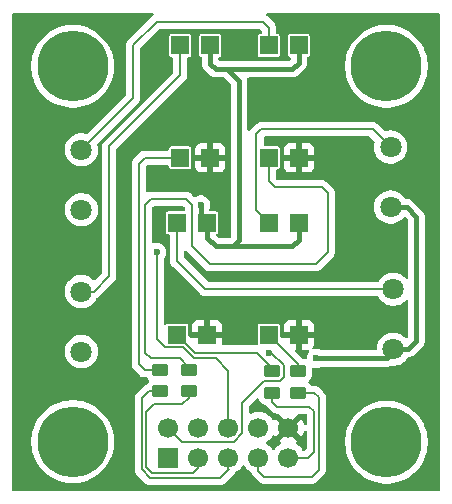
<source format=gbr>
%TF.GenerationSoftware,KiCad,Pcbnew,9.0.6*%
%TF.CreationDate,2025-11-07T06:51:29-08:00*%
%TF.ProjectId,bramble_valve_indexer,6272616d-626c-4655-9f76-616c76655f69,rev?*%
%TF.SameCoordinates,Original*%
%TF.FileFunction,Copper,L1,Top*%
%TF.FilePolarity,Positive*%
%FSLAX46Y46*%
G04 Gerber Fmt 4.6, Leading zero omitted, Abs format (unit mm)*
G04 Created by KiCad (PCBNEW 9.0.6) date 2025-11-07 06:51:29*
%MOMM*%
%LPD*%
G01*
G04 APERTURE LIST*
G04 Aperture macros list*
%AMRoundRect*
0 Rectangle with rounded corners*
0 $1 Rounding radius*
0 $2 $3 $4 $5 $6 $7 $8 $9 X,Y pos of 4 corners*
0 Add a 4 corners polygon primitive as box body*
4,1,4,$2,$3,$4,$5,$6,$7,$8,$9,$2,$3,0*
0 Add four circle primitives for the rounded corners*
1,1,$1+$1,$2,$3*
1,1,$1+$1,$4,$5*
1,1,$1+$1,$6,$7*
1,1,$1+$1,$8,$9*
0 Add four rect primitives between the rounded corners*
20,1,$1+$1,$2,$3,$4,$5,0*
20,1,$1+$1,$4,$5,$6,$7,0*
20,1,$1+$1,$6,$7,$8,$9,0*
20,1,$1+$1,$8,$9,$2,$3,0*%
G04 Aperture macros list end*
%TA.AperFunction,SMDPad,CuDef*%
%ADD10RoundRect,0.250000X0.450000X-0.262500X0.450000X0.262500X-0.450000X0.262500X-0.450000X-0.262500X0*%
%TD*%
%TA.AperFunction,ComponentPad*%
%ADD11C,6.000000*%
%TD*%
%TA.AperFunction,ComponentPad*%
%ADD12C,1.803400*%
%TD*%
%TA.AperFunction,SMDPad,CuDef*%
%ADD13R,1.500000X1.500000*%
%TD*%
%TA.AperFunction,ComponentPad*%
%ADD14R,1.700000X1.700000*%
%TD*%
%TA.AperFunction,ComponentPad*%
%ADD15C,1.700000*%
%TD*%
%TA.AperFunction,ViaPad*%
%ADD16C,0.600000*%
%TD*%
%TA.AperFunction,Conductor*%
%ADD17C,0.381000*%
%TD*%
%TA.AperFunction,Conductor*%
%ADD18C,0.200000*%
%TD*%
G04 APERTURE END LIST*
D10*
%TO.P,R12,1*%
%TO.N,/VALVE_1*%
X28270200Y-45794300D03*
%TO.P,R12,2*%
%TO.N,Net-(K1-Pad1)*%
X28270200Y-43969300D03*
%TD*%
%TO.P,R21,1*%
%TO.N,/VALVE_4*%
X35280600Y-45897800D03*
%TO.P,R21,2*%
%TO.N,Net-(K4-Pad1)*%
X35280600Y-44072800D03*
%TD*%
D11*
%TO.P,H1,1*%
%TO.N,N/C*%
X18389600Y-18262600D03*
%TD*%
D12*
%TO.P,M4,1,1*%
%TO.N,/M+*%
X45542200Y-42211600D03*
%TO.P,M4,2,2*%
%TO.N,Net-(K4-Pad4)*%
X45542200Y-37131600D03*
%TD*%
D13*
%TO.P,K4,1,1*%
%TO.N,Net-(K4-Pad1)*%
X27230000Y-41000000D03*
%TO.P,K4,2,2*%
%TO.N,GND*%
X29770000Y-41000000D03*
%TO.P,K4,3,3*%
%TO.N,/M-*%
X29770000Y-31500000D03*
%TO.P,K4,4,4*%
%TO.N,Net-(K4-Pad4)*%
X27230000Y-31500000D03*
%TD*%
D12*
%TO.P,M2,1,1*%
%TO.N,/M+*%
X19126200Y-42418000D03*
%TO.P,M2,2,2*%
%TO.N,Net-(K2-Pad4)*%
X19126200Y-37338000D03*
%TD*%
%TO.P,M3,1,1*%
%TO.N,/M+*%
X45313600Y-30175200D03*
%TO.P,M3,2,2*%
%TO.N,Net-(K3-Pad4)*%
X45313600Y-25095200D03*
%TD*%
D13*
%TO.P,K3,1,1*%
%TO.N,Net-(K3-Pad1)*%
X35000000Y-41000000D03*
%TO.P,K3,2,2*%
%TO.N,GND*%
X37540000Y-41000000D03*
%TO.P,K3,3,3*%
%TO.N,/M-*%
X37540000Y-31500000D03*
%TO.P,K3,4,4*%
%TO.N,Net-(K3-Pad4)*%
X35000000Y-31500000D03*
%TD*%
%TO.P,K2,1,1*%
%TO.N,Net-(K2-Pad1)*%
X27500000Y-26000000D03*
%TO.P,K2,2,2*%
%TO.N,GND*%
X30040000Y-26000000D03*
%TO.P,K2,3,3*%
%TO.N,/M-*%
X30040000Y-16500000D03*
%TO.P,K2,4,4*%
%TO.N,Net-(K2-Pad4)*%
X27500000Y-16500000D03*
%TD*%
D10*
%TO.P,R13,1*%
%TO.N,/VALVE_2*%
X25806400Y-45794300D03*
%TO.P,R13,2*%
%TO.N,Net-(K2-Pad1)*%
X25806400Y-43969300D03*
%TD*%
D13*
%TO.P,K1,1,1*%
%TO.N,Net-(K1-Pad1)*%
X35000000Y-26000000D03*
%TO.P,K1,2,2*%
%TO.N,GND*%
X37540000Y-26000000D03*
%TO.P,K1,3,3*%
%TO.N,/M-*%
X37540000Y-16500000D03*
%TO.P,K1,4,4*%
%TO.N,Net-(K1-Pad4)*%
X35000000Y-16500000D03*
%TD*%
D11*
%TO.P,H3,1*%
%TO.N,N/C*%
X44958000Y-50090700D03*
%TD*%
%TO.P,H2,1*%
%TO.N,N/C*%
X44958000Y-18262600D03*
%TD*%
D14*
%TO.P,J1,1,Pin_1*%
%TO.N,+9V*%
X26500000Y-51411500D03*
D15*
%TO.P,J1,2,Pin_2*%
%TO.N,/MOTOR_HI_1*%
X26500000Y-48871500D03*
%TO.P,J1,3,Pin_3*%
%TO.N,/VALVE_1*%
X29040000Y-51411500D03*
%TO.P,J1,4,Pin_4*%
%TO.N,/MOTOR_HI_2*%
X29040000Y-48871500D03*
%TO.P,J1,5,Pin_5*%
%TO.N,/VALVE_2*%
X31580000Y-51411500D03*
%TO.P,J1,6,Pin_6*%
%TO.N,/MOTOR_LO_1*%
X31580000Y-48871500D03*
%TO.P,J1,7,Pin_7*%
%TO.N,/VALVE_3*%
X34120000Y-51411500D03*
%TO.P,J1,8,Pin_8*%
%TO.N,/MOTOR_LO_2*%
X34120000Y-48871500D03*
%TO.P,J1,9,Pin_9*%
%TO.N,/VALVE_4*%
X36660000Y-51411500D03*
%TO.P,J1,10,Pin_10*%
%TO.N,GND*%
X36660000Y-48871500D03*
%TD*%
D12*
%TO.P,M1,1,1*%
%TO.N,/M+*%
X19126200Y-30403800D03*
%TO.P,M1,2,2*%
%TO.N,Net-(K1-Pad4)*%
X19126200Y-25323800D03*
%TD*%
D10*
%TO.P,R20,1*%
%TO.N,/VALVE_3*%
X37439600Y-45897800D03*
%TO.P,R20,2*%
%TO.N,Net-(K3-Pad1)*%
X37439600Y-44072800D03*
%TD*%
D11*
%TO.P,H4,1*%
%TO.N,N/C*%
X18389600Y-50039900D03*
%TD*%
D16*
%TO.N,GND*%
X23000000Y-39250000D03*
%TO.N,/M-*%
X29250000Y-30000000D03*
%TO.N,GND*%
X22750000Y-30500000D03*
X24000000Y-24000000D03*
X26500000Y-39250000D03*
X38825000Y-27500000D03*
%TO.N,/MOTOR_HI_1*%
X35000000Y-42500000D03*
%TO.N,/MOTOR_LO_1*%
X25500000Y-34000000D03*
%TO.N,/M+*%
X39000000Y-43000000D03*
%TD*%
D17*
%TO.N,/M-*%
X29750000Y-31500000D02*
X29250000Y-31000000D01*
X29770000Y-31500000D02*
X29750000Y-31500000D01*
X29250000Y-31000000D02*
X29250000Y-30000000D01*
D18*
%TO.N,/MOTOR_HI_1*%
X35000000Y-42500000D02*
X35206460Y-42500000D01*
X35206460Y-42500000D02*
X36281600Y-43575140D01*
X27662100Y-50033600D02*
X26500000Y-48871500D01*
X36281600Y-43575140D02*
X36281600Y-44570460D01*
X36281600Y-44570460D02*
X35965760Y-44886300D01*
X32731000Y-49348260D02*
X32045660Y-50033600D01*
X35965760Y-44886300D02*
X34595440Y-44886300D01*
X32045660Y-50033600D02*
X27662100Y-50033600D01*
X34595440Y-44886300D02*
X32731000Y-46750740D01*
X32731000Y-46750740D02*
X32731000Y-49348260D01*
%TO.N,/MOTOR_LO_1*%
X25500000Y-34000000D02*
X25500000Y-41372000D01*
X25500000Y-41372000D02*
X26179000Y-42051000D01*
X26179000Y-42051000D02*
X27713900Y-42051000D01*
X30500000Y-43000000D02*
X31580000Y-44080000D01*
X27713900Y-42051000D02*
X28662900Y-43000000D01*
X28662900Y-43000000D02*
X30500000Y-43000000D01*
X31580000Y-44080000D02*
X31580000Y-48871500D01*
%TO.N,Net-(K3-Pad4)*%
X35000000Y-31500000D02*
X33949000Y-30449000D01*
X43817400Y-23599000D02*
X45313600Y-25095200D01*
X33949000Y-30449000D02*
X33949000Y-23983900D01*
X33949000Y-23983900D02*
X34333900Y-23599000D01*
X34333900Y-23599000D02*
X43817400Y-23599000D01*
D17*
%TO.N,/M+*%
X45542200Y-42211600D02*
X45542200Y-42457800D01*
X45542200Y-42457800D02*
X45000000Y-43000000D01*
X45000000Y-43000000D02*
X39000000Y-43000000D01*
D18*
%TO.N,/VALVE_1*%
X25273000Y-46890300D02*
X27686000Y-46890300D01*
X29040000Y-51411500D02*
X29040000Y-52292700D01*
X27686000Y-46890300D02*
X28270200Y-46306100D01*
X25134300Y-52712300D02*
X24632600Y-52210600D01*
X28620400Y-52712300D02*
X25134300Y-52712300D01*
X24632600Y-52210600D02*
X24632600Y-47530700D01*
X28270200Y-46306100D02*
X28270200Y-45794300D01*
X24632600Y-47530700D02*
X25273000Y-46890300D01*
X29040000Y-52292700D02*
X28620400Y-52712300D01*
%TO.N,/VALVE_4*%
X38303200Y-51411500D02*
X36660000Y-51411500D01*
X38816600Y-47454500D02*
X38816600Y-50898100D01*
X35280600Y-45897800D02*
X35280600Y-46661700D01*
X35687000Y-47068100D02*
X38430200Y-47068100D01*
X35280600Y-46661700D02*
X35687000Y-47068100D01*
X38816600Y-50898100D02*
X38303200Y-51411500D01*
X38430200Y-47068100D02*
X38816600Y-47454500D01*
%TO.N,/VALVE_2*%
X24231600Y-52376700D02*
X24968200Y-53113300D01*
X24968200Y-53113300D02*
X30861000Y-53113300D01*
X24819600Y-45794300D02*
X24231600Y-46382300D01*
X25806400Y-45794300D02*
X24819600Y-45794300D01*
X31597600Y-52376700D02*
X31580000Y-52359100D01*
X31580000Y-52359100D02*
X31580000Y-51411500D01*
X30861000Y-53113300D02*
X31597600Y-52376700D01*
X24231600Y-46382300D02*
X24231600Y-52376700D01*
%TO.N,/VALVE_3*%
X34594800Y-53011700D02*
X34120000Y-52536900D01*
X39217600Y-52427500D02*
X38633400Y-53011700D01*
X34120000Y-52536900D02*
X34120000Y-51411500D01*
X38834700Y-45897800D02*
X39217600Y-46280700D01*
X37439600Y-45897800D02*
X38834700Y-45897800D01*
X39217600Y-46280700D02*
X39217600Y-52427500D01*
X38633400Y-53011700D02*
X34594800Y-53011700D01*
D17*
%TO.N,/M+*%
X46675200Y-30175200D02*
X47500000Y-31000000D01*
X47500000Y-31000000D02*
X47500000Y-41500000D01*
X46788400Y-42211600D02*
X47500000Y-41500000D01*
X45313600Y-30175200D02*
X46675200Y-30175200D01*
X45542200Y-42211600D02*
X46788400Y-42211600D01*
D18*
%TO.N,Net-(K1-Pad1)*%
X25000000Y-29500000D02*
X24500000Y-30000000D01*
X28500000Y-33500000D02*
X28500000Y-30000000D01*
X24500000Y-30000000D02*
X24500000Y-42500000D01*
X30000000Y-35000000D02*
X28500000Y-33500000D01*
X28270200Y-43969300D02*
X28270200Y-43770200D01*
X35000000Y-26000000D02*
X35000000Y-28000000D01*
X35000000Y-28000000D02*
X35500000Y-28500000D01*
X25000000Y-43000000D02*
X27500000Y-43000000D01*
X40000000Y-29000000D02*
X40000000Y-34000000D01*
X39500000Y-28500000D02*
X40000000Y-29000000D01*
X40000000Y-34000000D02*
X39000000Y-35000000D01*
X28000000Y-29500000D02*
X25000000Y-29500000D01*
X28500000Y-30000000D02*
X28000000Y-29500000D01*
X39000000Y-35000000D02*
X30000000Y-35000000D01*
X35500000Y-28500000D02*
X39500000Y-28500000D01*
X28270200Y-43770200D02*
X27500000Y-43000000D01*
X24500000Y-42500000D02*
X25000000Y-43000000D01*
%TO.N,Net-(K1-Pad4)*%
X25500000Y-14500000D02*
X34500000Y-14500000D01*
X23500000Y-16500000D02*
X25500000Y-14500000D01*
X35000000Y-15000000D02*
X35000000Y-16500000D01*
X23500000Y-20950000D02*
X23500000Y-16500000D01*
X19126200Y-25323800D02*
X23500000Y-20950000D01*
X34500000Y-14500000D02*
X35000000Y-15000000D01*
%TO.N,Net-(K2-Pad1)*%
X24500000Y-26000000D02*
X24000000Y-26500000D01*
X24530700Y-43969300D02*
X25806400Y-43969300D01*
X27500000Y-26000000D02*
X24500000Y-26000000D01*
X24000000Y-43500000D02*
X24500000Y-44000000D01*
X24500000Y-44000000D02*
X24530700Y-43969300D01*
X24000000Y-26500000D02*
X24000000Y-43500000D01*
%TO.N,Net-(K2-Pad4)*%
X27500000Y-16500000D02*
X27500000Y-19000000D01*
X21500000Y-25000000D02*
X21500000Y-36000000D01*
X21500000Y-36000000D02*
X20162000Y-37338000D01*
X20162000Y-37338000D02*
X19126200Y-37338000D01*
X27500000Y-19000000D02*
X21500000Y-25000000D01*
D17*
%TO.N,/M-*%
X29770000Y-31500000D02*
X29770000Y-32770000D01*
X29770000Y-32770000D02*
X30500000Y-33500000D01*
X31500000Y-33500000D02*
X37000000Y-33500000D01*
X32500000Y-33000000D02*
X32500000Y-19500000D01*
X32000000Y-33500000D02*
X32500000Y-33000000D01*
X30500000Y-33500000D02*
X31500000Y-33500000D01*
X30500000Y-18500000D02*
X30040000Y-18040000D01*
X30040000Y-18040000D02*
X30040000Y-16500000D01*
X37000000Y-18500000D02*
X31500000Y-18500000D01*
X31500000Y-33500000D02*
X32000000Y-33500000D01*
X37540000Y-32960000D02*
X37540000Y-31500000D01*
X37000000Y-33500000D02*
X37540000Y-32960000D01*
X37540000Y-16500000D02*
X37540000Y-17960000D01*
X32500000Y-19500000D02*
X31500000Y-18500000D01*
X37540000Y-17960000D02*
X37000000Y-18500000D01*
X31500000Y-18500000D02*
X30500000Y-18500000D01*
D18*
%TO.N,Net-(K3-Pad1)*%
X37439600Y-43439600D02*
X37439600Y-44072800D01*
X35000000Y-41000000D02*
X37439600Y-43439600D01*
%TO.N,Net-(K4-Pad4)*%
X29631600Y-37131600D02*
X45542200Y-37131600D01*
X27230000Y-31500000D02*
X27230000Y-34730000D01*
X27230000Y-34730000D02*
X29631600Y-37131600D01*
%TO.N,Net-(K4-Pad1)*%
X27230000Y-41000000D02*
X28730000Y-42500000D01*
X34000000Y-42500000D02*
X35280600Y-43780600D01*
X28730000Y-42500000D02*
X34000000Y-42500000D01*
X35280600Y-43780600D02*
X35280600Y-44072800D01*
%TD*%
%TA.AperFunction,Conductor*%
%TO.N,GND*%
G36*
X37775270Y-49633217D02*
G01*
X37775270Y-49633216D01*
X37814622Y-49579054D01*
X37911095Y-49389717D01*
X37974169Y-49195596D01*
X38013606Y-49137921D01*
X38077965Y-49110722D01*
X38146811Y-49122636D01*
X38198287Y-49169881D01*
X38216100Y-49233914D01*
X38216100Y-50598003D01*
X38207455Y-50627443D01*
X38200932Y-50657430D01*
X38197177Y-50662445D01*
X38196415Y-50665042D01*
X38179781Y-50685684D01*
X38090784Y-50774681D01*
X38029461Y-50808166D01*
X38003103Y-50811000D01*
X37945719Y-50811000D01*
X37878680Y-50791315D01*
X37835235Y-50743295D01*
X37815052Y-50703685D01*
X37815051Y-50703684D01*
X37690109Y-50531713D01*
X37539786Y-50381390D01*
X37367817Y-50256449D01*
X37358504Y-50251704D01*
X37307707Y-50203730D01*
X37290912Y-50135909D01*
X37313449Y-50069774D01*
X37358507Y-50030732D01*
X37367555Y-50026122D01*
X37421716Y-49986770D01*
X37421717Y-49986770D01*
X36789408Y-49354462D01*
X36852993Y-49337425D01*
X36967007Y-49271599D01*
X37060099Y-49178507D01*
X37125925Y-49064493D01*
X37142962Y-49000908D01*
X37775270Y-49633217D01*
G37*
%TD.AperFunction*%
%TA.AperFunction,Conductor*%
G36*
X36194075Y-49064493D02*
G01*
X36259901Y-49178507D01*
X36352993Y-49271599D01*
X36467007Y-49337425D01*
X36530590Y-49354462D01*
X35898282Y-49986769D01*
X35898282Y-49986770D01*
X35952452Y-50026126D01*
X35952451Y-50026126D01*
X35961495Y-50030734D01*
X36012292Y-50078708D01*
X36029087Y-50146529D01*
X36006550Y-50212664D01*
X35961499Y-50251702D01*
X35952182Y-50256449D01*
X35780213Y-50381390D01*
X35629890Y-50531713D01*
X35504949Y-50703682D01*
X35500484Y-50712446D01*
X35452509Y-50763242D01*
X35384688Y-50780036D01*
X35318553Y-50757498D01*
X35279516Y-50712446D01*
X35275050Y-50703682D01*
X35150109Y-50531713D01*
X34999786Y-50381390D01*
X34827820Y-50256451D01*
X34827115Y-50256091D01*
X34819054Y-50251985D01*
X34768259Y-50204012D01*
X34751463Y-50136192D01*
X34773999Y-50070056D01*
X34819054Y-50031015D01*
X34827816Y-50026551D01*
X34882572Y-49986769D01*
X34999786Y-49901609D01*
X34999788Y-49901606D01*
X34999792Y-49901604D01*
X35150104Y-49751292D01*
X35150106Y-49751288D01*
X35150109Y-49751286D01*
X35235890Y-49633217D01*
X35275051Y-49579316D01*
X35279793Y-49570008D01*
X35327763Y-49519211D01*
X35395583Y-49502411D01*
X35461719Y-49524945D01*
X35500763Y-49570000D01*
X35505373Y-49579047D01*
X35544728Y-49633216D01*
X36177037Y-49000908D01*
X36194075Y-49064493D01*
G37*
%TD.AperFunction*%
%TA.AperFunction,Conductor*%
G36*
X34061362Y-46372124D02*
G01*
X34117296Y-46413995D01*
X34135733Y-46449299D01*
X34145786Y-46479634D01*
X34237888Y-46628956D01*
X34361944Y-46753012D01*
X34511266Y-46845114D01*
X34677803Y-46900299D01*
X34677806Y-46900299D01*
X34684230Y-46902428D01*
X34683843Y-46903595D01*
X34739162Y-46933565D01*
X34759157Y-46959536D01*
X34800075Y-47030409D01*
X34800081Y-47030417D01*
X34918949Y-47149285D01*
X34918955Y-47149290D01*
X35202139Y-47432474D01*
X35202149Y-47432485D01*
X35206479Y-47436815D01*
X35206480Y-47436816D01*
X35318284Y-47548620D01*
X35318286Y-47548621D01*
X35318290Y-47548624D01*
X35441820Y-47619943D01*
X35455216Y-47627677D01*
X35567019Y-47657634D01*
X35607942Y-47668600D01*
X35607943Y-47668600D01*
X35775020Y-47668600D01*
X35778998Y-47668856D01*
X35808230Y-47679521D01*
X35838075Y-47688285D01*
X35840768Y-47691393D01*
X35844635Y-47692804D01*
X35863463Y-47717584D01*
X35883830Y-47741089D01*
X35883977Y-47741923D01*
X36530591Y-48388537D01*
X36467007Y-48405575D01*
X36352993Y-48471401D01*
X36259901Y-48564493D01*
X36194075Y-48678507D01*
X36177037Y-48742091D01*
X35544728Y-48109782D01*
X35544727Y-48109782D01*
X35505380Y-48163940D01*
X35505376Y-48163946D01*
X35500760Y-48173005D01*
X35452781Y-48223797D01*
X35384959Y-48240587D01*
X35318826Y-48218043D01*
X35279794Y-48172993D01*
X35275051Y-48163684D01*
X35275049Y-48163681D01*
X35275048Y-48163679D01*
X35150109Y-47991713D01*
X34999786Y-47841390D01*
X34827820Y-47716451D01*
X34638414Y-47619944D01*
X34638413Y-47619943D01*
X34638412Y-47619943D01*
X34436243Y-47554254D01*
X34436241Y-47554253D01*
X34436240Y-47554253D01*
X34272882Y-47528380D01*
X34226287Y-47521000D01*
X34013713Y-47521000D01*
X33967118Y-47528380D01*
X33803760Y-47554253D01*
X33601582Y-47619945D01*
X33511794Y-47665694D01*
X33443125Y-47678590D01*
X33378385Y-47652313D01*
X33338128Y-47595207D01*
X33331500Y-47555209D01*
X33331500Y-47050836D01*
X33351185Y-46983797D01*
X33367815Y-46963159D01*
X33930350Y-46400623D01*
X33991671Y-46367140D01*
X34061362Y-46372124D01*
G37*
%TD.AperFunction*%
%TA.AperFunction,Conductor*%
G36*
X38159139Y-47688285D02*
G01*
X38204894Y-47741089D01*
X38216100Y-47792600D01*
X38216100Y-48509085D01*
X38196415Y-48576124D01*
X38143611Y-48621879D01*
X38074453Y-48631823D01*
X38010897Y-48602798D01*
X37974169Y-48547403D01*
X37911095Y-48353282D01*
X37814624Y-48163949D01*
X37775270Y-48109782D01*
X37775269Y-48109782D01*
X37142962Y-48742090D01*
X37125925Y-48678507D01*
X37060099Y-48564493D01*
X36967007Y-48471401D01*
X36852993Y-48405575D01*
X36789409Y-48388537D01*
X37438568Y-47739376D01*
X37439708Y-47733953D01*
X37488759Y-47684196D01*
X37548963Y-47668600D01*
X38092100Y-47668600D01*
X38159139Y-47688285D01*
G37*
%TD.AperFunction*%
%TA.AperFunction,Conductor*%
G36*
X27729343Y-30109144D02*
G01*
X27759330Y-30115668D01*
X27764345Y-30119422D01*
X27766942Y-30120185D01*
X27787583Y-30136818D01*
X27863181Y-30212416D01*
X27896666Y-30273739D01*
X27899500Y-30300097D01*
X27899500Y-30425500D01*
X27879815Y-30492539D01*
X27827011Y-30538294D01*
X27775500Y-30549500D01*
X26460247Y-30549500D01*
X26401770Y-30561131D01*
X26401769Y-30561132D01*
X26335447Y-30605447D01*
X26291132Y-30671769D01*
X26291131Y-30671770D01*
X26279500Y-30730247D01*
X26279500Y-32269752D01*
X26291131Y-32328229D01*
X26291132Y-32328230D01*
X26335447Y-32394552D01*
X26401769Y-32438867D01*
X26401770Y-32438868D01*
X26460247Y-32450499D01*
X26460250Y-32450500D01*
X26460252Y-32450500D01*
X26505500Y-32450500D01*
X26572539Y-32470185D01*
X26618294Y-32522989D01*
X26629500Y-32574500D01*
X26629500Y-34643330D01*
X26629499Y-34643348D01*
X26629499Y-34809054D01*
X26629498Y-34809054D01*
X26670423Y-34961785D01*
X26699358Y-35011900D01*
X26699359Y-35011904D01*
X26699360Y-35011904D01*
X26749479Y-35098714D01*
X26749481Y-35098717D01*
X26868349Y-35217585D01*
X26868355Y-35217590D01*
X29146739Y-37495974D01*
X29146749Y-37495985D01*
X29151079Y-37500315D01*
X29151080Y-37500316D01*
X29262884Y-37612120D01*
X29349695Y-37662239D01*
X29349697Y-37662241D01*
X29399813Y-37691176D01*
X29399815Y-37691177D01*
X29552542Y-37732100D01*
X29552543Y-37732100D01*
X44198457Y-37732100D01*
X44265496Y-37751785D01*
X44308942Y-37799806D01*
X44342929Y-37866511D01*
X44350009Y-37876255D01*
X44472662Y-38045072D01*
X44628728Y-38201138D01*
X44807287Y-38330869D01*
X44903740Y-38380014D01*
X45003941Y-38431070D01*
X45003944Y-38431071D01*
X45108896Y-38465171D01*
X45213851Y-38499273D01*
X45431844Y-38533800D01*
X45431845Y-38533800D01*
X45652555Y-38533800D01*
X45652556Y-38533800D01*
X45870549Y-38499273D01*
X46080458Y-38431070D01*
X46277113Y-38330869D01*
X46455672Y-38201138D01*
X46597319Y-38059491D01*
X46658642Y-38026006D01*
X46728334Y-38030990D01*
X46784267Y-38072862D01*
X46808684Y-38138326D01*
X46809000Y-38147172D01*
X46809000Y-41162414D01*
X46800355Y-41191854D01*
X46793832Y-41221841D01*
X46790077Y-41226856D01*
X46789315Y-41229453D01*
X46772681Y-41250095D01*
X46755874Y-41266902D01*
X46694551Y-41300387D01*
X46624859Y-41295403D01*
X46580512Y-41266902D01*
X46455674Y-41142064D01*
X46455672Y-41142062D01*
X46277113Y-41012331D01*
X46080458Y-40912129D01*
X46080455Y-40912128D01*
X45870550Y-40843927D01*
X45761552Y-40826663D01*
X45652556Y-40809400D01*
X45431844Y-40809400D01*
X45359179Y-40820909D01*
X45213849Y-40843927D01*
X45003944Y-40912128D01*
X45003941Y-40912129D01*
X44807286Y-41012331D01*
X44754990Y-41050327D01*
X44628728Y-41142062D01*
X44628726Y-41142064D01*
X44628725Y-41142064D01*
X44472664Y-41298125D01*
X44472664Y-41298126D01*
X44472662Y-41298128D01*
X44436092Y-41348462D01*
X44342931Y-41476686D01*
X44242732Y-41673337D01*
X44242728Y-41673344D01*
X44174527Y-41883249D01*
X44140000Y-42101244D01*
X44140000Y-42185000D01*
X44120315Y-42252039D01*
X44067511Y-42297794D01*
X44016000Y-42309000D01*
X39444323Y-42309000D01*
X39385490Y-42291724D01*
X39384553Y-42293479D01*
X39379181Y-42290607D01*
X39379179Y-42290606D01*
X39379176Y-42290605D01*
X39379171Y-42290602D01*
X39233501Y-42230264D01*
X39233489Y-42230261D01*
X39078845Y-42199500D01*
X39078842Y-42199500D01*
X38921158Y-42199500D01*
X38921153Y-42199500D01*
X38835452Y-42216547D01*
X38765860Y-42210320D01*
X38710683Y-42167456D01*
X38687439Y-42101567D01*
X38703507Y-42033570D01*
X38711996Y-42020617D01*
X38733352Y-41992090D01*
X38733354Y-41992086D01*
X38783596Y-41857379D01*
X38783598Y-41857372D01*
X38789999Y-41797844D01*
X38790000Y-41797827D01*
X38790000Y-41250000D01*
X37790000Y-41250000D01*
X37790000Y-42250000D01*
X38318559Y-42250000D01*
X38385598Y-42269685D01*
X38431353Y-42322489D01*
X38441297Y-42391647D01*
X38412272Y-42455203D01*
X38406240Y-42461681D01*
X38378213Y-42489707D01*
X38378210Y-42489711D01*
X38290609Y-42620814D01*
X38290602Y-42620827D01*
X38230264Y-42766498D01*
X38230261Y-42766510D01*
X38199500Y-42921153D01*
X38199500Y-42950639D01*
X38179815Y-43017678D01*
X38127011Y-43063433D01*
X38061177Y-43073809D01*
X38048553Y-43072341D01*
X38042397Y-43070301D01*
X37948622Y-43060720D01*
X37947721Y-43060616D01*
X37916338Y-43047297D01*
X37884749Y-43034408D01*
X37883646Y-43033422D01*
X37883404Y-43033320D01*
X37883205Y-43033029D01*
X37874371Y-43025135D01*
X37808316Y-42959080D01*
X37808315Y-42959079D01*
X37803985Y-42954749D01*
X37803974Y-42954739D01*
X37282298Y-42433063D01*
X37248813Y-42371740D01*
X37253797Y-42302048D01*
X37282299Y-42257700D01*
X37290000Y-42249999D01*
X37290000Y-41250000D01*
X36289999Y-41250000D01*
X36282297Y-41257702D01*
X36274351Y-41262040D01*
X36268927Y-41269287D01*
X36244170Y-41278520D01*
X36220974Y-41291187D01*
X36211943Y-41290540D01*
X36203463Y-41293704D01*
X36177641Y-41288086D01*
X36151282Y-41286201D01*
X36142229Y-41280383D01*
X36135190Y-41278852D01*
X36106936Y-41257701D01*
X35986819Y-41137584D01*
X35953334Y-41076261D01*
X35950500Y-41049903D01*
X35950500Y-40230249D01*
X35950499Y-40230247D01*
X35949066Y-40223038D01*
X35949066Y-40223037D01*
X35944912Y-40202155D01*
X36290000Y-40202155D01*
X36290000Y-40750000D01*
X37290000Y-40750000D01*
X37790000Y-40750000D01*
X38790000Y-40750000D01*
X38790000Y-40202172D01*
X38789999Y-40202155D01*
X38783598Y-40142627D01*
X38783596Y-40142620D01*
X38733354Y-40007913D01*
X38733350Y-40007906D01*
X38647190Y-39892812D01*
X38647187Y-39892809D01*
X38532093Y-39806649D01*
X38532086Y-39806645D01*
X38397379Y-39756403D01*
X38397372Y-39756401D01*
X38337844Y-39750000D01*
X37790000Y-39750000D01*
X37790000Y-40750000D01*
X37290000Y-40750000D01*
X37290000Y-39750000D01*
X36742155Y-39750000D01*
X36682627Y-39756401D01*
X36682620Y-39756403D01*
X36547913Y-39806645D01*
X36547906Y-39806649D01*
X36432812Y-39892809D01*
X36432809Y-39892812D01*
X36346649Y-40007906D01*
X36346645Y-40007913D01*
X36296403Y-40142620D01*
X36296401Y-40142627D01*
X36290000Y-40202155D01*
X35944912Y-40202155D01*
X35938867Y-40171770D01*
X35938867Y-40171769D01*
X35894552Y-40105447D01*
X35828230Y-40061132D01*
X35828229Y-40061131D01*
X35769752Y-40049500D01*
X35769748Y-40049500D01*
X34230252Y-40049500D01*
X34230247Y-40049500D01*
X34171770Y-40061131D01*
X34171769Y-40061132D01*
X34105447Y-40105447D01*
X34061132Y-40171769D01*
X34061131Y-40171770D01*
X34049500Y-40230247D01*
X34049500Y-41775499D01*
X34046950Y-41784180D01*
X34048239Y-41793136D01*
X34037260Y-41817180D01*
X34029815Y-41842538D01*
X34022978Y-41848461D01*
X34019220Y-41856694D01*
X33996982Y-41870987D01*
X33977011Y-41888293D01*
X33966502Y-41890579D01*
X33960445Y-41894473D01*
X33925529Y-41899494D01*
X33925510Y-41899499D01*
X33920943Y-41899499D01*
X33920941Y-41899499D01*
X33913341Y-41899500D01*
X33913339Y-41899499D01*
X33913331Y-41899500D01*
X31144000Y-41899500D01*
X31076961Y-41879815D01*
X31031206Y-41827011D01*
X31020000Y-41775500D01*
X31020000Y-41250000D01*
X28519999Y-41250000D01*
X28512297Y-41257702D01*
X28504351Y-41262040D01*
X28498927Y-41269287D01*
X28474170Y-41278520D01*
X28450974Y-41291187D01*
X28441943Y-41290540D01*
X28433463Y-41293704D01*
X28407641Y-41288086D01*
X28381282Y-41286201D01*
X28372229Y-41280383D01*
X28365190Y-41278852D01*
X28336936Y-41257701D01*
X28216819Y-41137584D01*
X28183334Y-41076261D01*
X28180500Y-41049903D01*
X28180500Y-40230249D01*
X28180499Y-40230247D01*
X28179066Y-40223038D01*
X28179066Y-40223037D01*
X28174912Y-40202155D01*
X28520000Y-40202155D01*
X28520000Y-40750000D01*
X29520000Y-40750000D01*
X30020000Y-40750000D01*
X31020000Y-40750000D01*
X31020000Y-40202172D01*
X31019999Y-40202155D01*
X31013598Y-40142627D01*
X31013596Y-40142620D01*
X30963354Y-40007913D01*
X30963350Y-40007906D01*
X30877190Y-39892812D01*
X30877187Y-39892809D01*
X30762093Y-39806649D01*
X30762086Y-39806645D01*
X30627379Y-39756403D01*
X30627372Y-39756401D01*
X30567844Y-39750000D01*
X30020000Y-39750000D01*
X30020000Y-40750000D01*
X29520000Y-40750000D01*
X29520000Y-39750000D01*
X28972155Y-39750000D01*
X28912627Y-39756401D01*
X28912620Y-39756403D01*
X28777913Y-39806645D01*
X28777906Y-39806649D01*
X28662812Y-39892809D01*
X28662809Y-39892812D01*
X28576649Y-40007906D01*
X28576645Y-40007913D01*
X28526403Y-40142620D01*
X28526401Y-40142627D01*
X28520000Y-40202155D01*
X28174912Y-40202155D01*
X28168867Y-40171770D01*
X28168867Y-40171769D01*
X28124552Y-40105447D01*
X28058230Y-40061132D01*
X28058229Y-40061131D01*
X27999752Y-40049500D01*
X27999748Y-40049500D01*
X26460252Y-40049500D01*
X26460247Y-40049500D01*
X26401770Y-40061131D01*
X26401769Y-40061132D01*
X26335448Y-40105447D01*
X26327601Y-40117191D01*
X26273988Y-40161995D01*
X26204663Y-40170701D01*
X26141636Y-40140545D01*
X26104918Y-40081102D01*
X26100500Y-40048298D01*
X26100500Y-34579765D01*
X26120185Y-34512726D01*
X26121398Y-34510874D01*
X26209390Y-34379185D01*
X26209390Y-34379184D01*
X26209394Y-34379179D01*
X26213728Y-34368717D01*
X26223067Y-34346166D01*
X26269737Y-34233497D01*
X26300500Y-34078842D01*
X26300500Y-33921158D01*
X26300500Y-33921155D01*
X26300499Y-33921153D01*
X26290377Y-33870265D01*
X26269737Y-33766503D01*
X26263425Y-33751264D01*
X26209397Y-33620827D01*
X26209390Y-33620814D01*
X26121789Y-33489711D01*
X26121786Y-33489707D01*
X26010292Y-33378213D01*
X26010288Y-33378210D01*
X25879185Y-33290609D01*
X25879172Y-33290602D01*
X25733501Y-33230264D01*
X25733489Y-33230261D01*
X25578845Y-33199500D01*
X25578842Y-33199500D01*
X25421158Y-33199500D01*
X25421155Y-33199500D01*
X25266510Y-33230261D01*
X25260676Y-33232031D01*
X25259873Y-33229385D01*
X25202056Y-33235396D01*
X25139687Y-33203902D01*
X25104245Y-33143689D01*
X25100500Y-33113444D01*
X25100500Y-30300098D01*
X25120185Y-30233059D01*
X25136819Y-30212416D01*
X25212418Y-30136818D01*
X25273742Y-30103334D01*
X25300099Y-30100500D01*
X27699903Y-30100500D01*
X27729343Y-30109144D01*
G37*
%TD.AperFunction*%
%TA.AperFunction,Conductor*%
G36*
X25201436Y-13770185D02*
G01*
X25247191Y-13822989D01*
X25257135Y-13892147D01*
X25228110Y-13955703D01*
X25196397Y-13981887D01*
X25131287Y-14019477D01*
X25131282Y-14019481D01*
X23019481Y-16131282D01*
X23019479Y-16131285D01*
X22969361Y-16218094D01*
X22969359Y-16218096D01*
X22940425Y-16268209D01*
X22940424Y-16268210D01*
X22940423Y-16268215D01*
X22899499Y-16420943D01*
X22899499Y-16420945D01*
X22899499Y-16589046D01*
X22899500Y-16589059D01*
X22899500Y-20649902D01*
X22879815Y-20716941D01*
X22863181Y-20737583D01*
X19651751Y-23949012D01*
X19590428Y-23982497D01*
X19525752Y-23979262D01*
X19500465Y-23971045D01*
X19454550Y-23956127D01*
X19345552Y-23938863D01*
X19236556Y-23921600D01*
X19015844Y-23921600D01*
X18943179Y-23933109D01*
X18797849Y-23956127D01*
X18587944Y-24024328D01*
X18587941Y-24024329D01*
X18391286Y-24124531D01*
X18312566Y-24181725D01*
X18212728Y-24254262D01*
X18212726Y-24254264D01*
X18212725Y-24254264D01*
X18056664Y-24410325D01*
X18056664Y-24410326D01*
X18056662Y-24410328D01*
X18000947Y-24487012D01*
X17926931Y-24588886D01*
X17826729Y-24785541D01*
X17826728Y-24785544D01*
X17758527Y-24995449D01*
X17724000Y-25213444D01*
X17724000Y-25434155D01*
X17758527Y-25652150D01*
X17826728Y-25862055D01*
X17826729Y-25862058D01*
X17926931Y-26058713D01*
X18056662Y-26237272D01*
X18212728Y-26393338D01*
X18391287Y-26523069D01*
X18487740Y-26572214D01*
X18587941Y-26623270D01*
X18587944Y-26623271D01*
X18692896Y-26657371D01*
X18797851Y-26691473D01*
X19015844Y-26726000D01*
X19015845Y-26726000D01*
X19236555Y-26726000D01*
X19236556Y-26726000D01*
X19454549Y-26691473D01*
X19664458Y-26623270D01*
X19861113Y-26523069D01*
X20039672Y-26393338D01*
X20195738Y-26237272D01*
X20325469Y-26058713D01*
X20425670Y-25862058D01*
X20493873Y-25652149D01*
X20528400Y-25434156D01*
X20528400Y-25213444D01*
X20517184Y-25142627D01*
X20493873Y-24995450D01*
X20479388Y-24950871D01*
X20470736Y-24924245D01*
X20468742Y-24854405D01*
X20500985Y-24798248D01*
X23868713Y-21430521D01*
X23868716Y-21430520D01*
X23980520Y-21318716D01*
X24030639Y-21231904D01*
X24059577Y-21181785D01*
X24100500Y-21029058D01*
X24100500Y-20870943D01*
X24100500Y-16800097D01*
X24120185Y-16733058D01*
X24136819Y-16712416D01*
X25712416Y-15136819D01*
X25773739Y-15103334D01*
X25800097Y-15100500D01*
X34199903Y-15100500D01*
X34229343Y-15109144D01*
X34259330Y-15115668D01*
X34264345Y-15119422D01*
X34266942Y-15120185D01*
X34287584Y-15136819D01*
X34363181Y-15212416D01*
X34396666Y-15273739D01*
X34399500Y-15300097D01*
X34399500Y-15425500D01*
X34379815Y-15492539D01*
X34327011Y-15538294D01*
X34275500Y-15549500D01*
X34230247Y-15549500D01*
X34171770Y-15561131D01*
X34171769Y-15561132D01*
X34105447Y-15605447D01*
X34061132Y-15671769D01*
X34061131Y-15671770D01*
X34049500Y-15730247D01*
X34049500Y-17269752D01*
X34061131Y-17328229D01*
X34061132Y-17328230D01*
X34105447Y-17394552D01*
X34171769Y-17438867D01*
X34171770Y-17438868D01*
X34230247Y-17450499D01*
X34230250Y-17450500D01*
X34230252Y-17450500D01*
X35769750Y-17450500D01*
X35769751Y-17450499D01*
X35790813Y-17446310D01*
X35828229Y-17438868D01*
X35828229Y-17438867D01*
X35828231Y-17438867D01*
X35894552Y-17394552D01*
X35938867Y-17328231D01*
X35938867Y-17328229D01*
X35938868Y-17328229D01*
X35950499Y-17269752D01*
X35950500Y-17269750D01*
X35950500Y-15730249D01*
X35950499Y-15730247D01*
X35938868Y-15671770D01*
X35938867Y-15671769D01*
X35894552Y-15605447D01*
X35828230Y-15561132D01*
X35828229Y-15561131D01*
X35769752Y-15549500D01*
X35769748Y-15549500D01*
X35724500Y-15549500D01*
X35657461Y-15529815D01*
X35611706Y-15477011D01*
X35600500Y-15425500D01*
X35600500Y-15089060D01*
X35600501Y-15089047D01*
X35600501Y-14920944D01*
X35600501Y-14920943D01*
X35559577Y-14768216D01*
X35556046Y-14762100D01*
X35480524Y-14631290D01*
X35480518Y-14631282D01*
X34868715Y-14019479D01*
X34831119Y-13997774D01*
X34803602Y-13981887D01*
X34755387Y-13931321D01*
X34742163Y-13862714D01*
X34768131Y-13797849D01*
X34825044Y-13757320D01*
X34865602Y-13750500D01*
X49375500Y-13750500D01*
X49442539Y-13770185D01*
X49488294Y-13822989D01*
X49499500Y-13874500D01*
X49499500Y-54079600D01*
X49479815Y-54146639D01*
X49427011Y-54192394D01*
X49375500Y-54203600D01*
X13374500Y-54203600D01*
X13307461Y-54183915D01*
X13261706Y-54131111D01*
X13250500Y-54079600D01*
X13250500Y-49867931D01*
X14889100Y-49867931D01*
X14889100Y-50211869D01*
X14893051Y-50251984D01*
X14922810Y-50554149D01*
X14989908Y-50891472D01*
X15089750Y-51220606D01*
X15221370Y-51538364D01*
X15221372Y-51538369D01*
X15383493Y-51841675D01*
X15383504Y-51841693D01*
X15574575Y-52127651D01*
X15574585Y-52127665D01*
X15792776Y-52393532D01*
X16035967Y-52636723D01*
X16035972Y-52636727D01*
X16035973Y-52636728D01*
X16301840Y-52854919D01*
X16587813Y-53046000D01*
X16587822Y-53046005D01*
X16587824Y-53046006D01*
X16891130Y-53208127D01*
X16891132Y-53208127D01*
X16891138Y-53208131D01*
X17208895Y-53339750D01*
X17538022Y-53439590D01*
X17875350Y-53506689D01*
X18217631Y-53540400D01*
X18217634Y-53540400D01*
X18561566Y-53540400D01*
X18561569Y-53540400D01*
X18903850Y-53506689D01*
X19241178Y-53439590D01*
X19570305Y-53339750D01*
X19888062Y-53208131D01*
X20191387Y-53046000D01*
X20477360Y-52854919D01*
X20743227Y-52636728D01*
X20986428Y-52393527D01*
X21204619Y-52127660D01*
X21395700Y-51841687D01*
X21557831Y-51538362D01*
X21689450Y-51220605D01*
X21789290Y-50891478D01*
X21856389Y-50554150D01*
X21890100Y-50211869D01*
X21890100Y-49867931D01*
X21856389Y-49525650D01*
X21789290Y-49188322D01*
X21689450Y-48859195D01*
X21557831Y-48541438D01*
X21520395Y-48471401D01*
X21395706Y-48238124D01*
X21395705Y-48238122D01*
X21395700Y-48238113D01*
X21204619Y-47952140D01*
X20986428Y-47686273D01*
X20986427Y-47686272D01*
X20986423Y-47686267D01*
X20743232Y-47443076D01*
X20477365Y-47224885D01*
X20477364Y-47224884D01*
X20477360Y-47224881D01*
X20191387Y-47033800D01*
X20191382Y-47033797D01*
X20191375Y-47033793D01*
X19888069Y-46871672D01*
X19888064Y-46871670D01*
X19823947Y-46845112D01*
X19732659Y-46807299D01*
X19570306Y-46740050D01*
X19241172Y-46640208D01*
X18903848Y-46573110D01*
X18903849Y-46573110D01*
X18646056Y-46547721D01*
X18561569Y-46539400D01*
X18217631Y-46539400D01*
X18139566Y-46547088D01*
X17875350Y-46573110D01*
X17538027Y-46640208D01*
X17208893Y-46740050D01*
X16891135Y-46871670D01*
X16891130Y-46871672D01*
X16587824Y-47033793D01*
X16587806Y-47033804D01*
X16301848Y-47224875D01*
X16301834Y-47224885D01*
X16035967Y-47443076D01*
X15792776Y-47686267D01*
X15574585Y-47952134D01*
X15574575Y-47952148D01*
X15383504Y-48238106D01*
X15383493Y-48238124D01*
X15221372Y-48541430D01*
X15221370Y-48541435D01*
X15089750Y-48859193D01*
X14989908Y-49188327D01*
X14922810Y-49525650D01*
X14900588Y-49751286D01*
X14889100Y-49867931D01*
X13250500Y-49867931D01*
X13250500Y-42307644D01*
X17724000Y-42307644D01*
X17724000Y-42528355D01*
X17758527Y-42746350D01*
X17826728Y-42956255D01*
X17826729Y-42956258D01*
X17900225Y-43100500D01*
X17926931Y-43152913D01*
X18056662Y-43331472D01*
X18212728Y-43487538D01*
X18391287Y-43617269D01*
X18483873Y-43664444D01*
X18587941Y-43717470D01*
X18587944Y-43717471D01*
X18692896Y-43751571D01*
X18797851Y-43785673D01*
X19015844Y-43820200D01*
X19015845Y-43820200D01*
X19236555Y-43820200D01*
X19236556Y-43820200D01*
X19454549Y-43785673D01*
X19664458Y-43717470D01*
X19861113Y-43617269D01*
X19913711Y-43579054D01*
X23399498Y-43579054D01*
X23436587Y-43717471D01*
X23440423Y-43731785D01*
X23443728Y-43737509D01*
X23443730Y-43737517D01*
X23443732Y-43737516D01*
X23519477Y-43868712D01*
X23519479Y-43868715D01*
X23519480Y-43868716D01*
X23631284Y-43980520D01*
X23631285Y-43980521D01*
X24131284Y-44480520D01*
X24215042Y-44528877D01*
X24215044Y-44528879D01*
X24268211Y-44559575D01*
X24268215Y-44559577D01*
X24420943Y-44600501D01*
X24420946Y-44600501D01*
X24579057Y-44600501D01*
X24579058Y-44600501D01*
X24595422Y-44596116D01*
X24665271Y-44597777D01*
X24721680Y-44635210D01*
X24727977Y-44642560D01*
X24763688Y-44700456D01*
X24860727Y-44797495D01*
X24863833Y-44801120D01*
X24876289Y-44828801D01*
X24890836Y-44855442D01*
X24890485Y-44860349D01*
X24892504Y-44864836D01*
X24888017Y-44894854D01*
X24885852Y-44925134D01*
X24882776Y-44929919D01*
X24882176Y-44933938D01*
X24874740Y-44942423D01*
X24857351Y-44969481D01*
X24763688Y-45063143D01*
X24763687Y-45063144D01*
X24697585Y-45170312D01*
X24645637Y-45217036D01*
X24624143Y-45224988D01*
X24587817Y-45234722D01*
X24587812Y-45234724D01*
X24450887Y-45313777D01*
X24450882Y-45313781D01*
X23855817Y-45908846D01*
X23855814Y-45908848D01*
X23855815Y-45908849D01*
X23751078Y-46013586D01*
X23700961Y-46100394D01*
X23700959Y-46100396D01*
X23672025Y-46150509D01*
X23672024Y-46150510D01*
X23656192Y-46209595D01*
X23631099Y-46303243D01*
X23631099Y-46303245D01*
X23631099Y-46471346D01*
X23631100Y-46471359D01*
X23631100Y-52290030D01*
X23631099Y-52290048D01*
X23631099Y-52455754D01*
X23631098Y-52455754D01*
X23672024Y-52608489D01*
X23672025Y-52608490D01*
X23691940Y-52642983D01*
X23691941Y-52642984D01*
X23751077Y-52745412D01*
X23751081Y-52745417D01*
X23869949Y-52864285D01*
X23869954Y-52864289D01*
X24599484Y-53593820D01*
X24599486Y-53593821D01*
X24599490Y-53593824D01*
X24736409Y-53672873D01*
X24736416Y-53672877D01*
X24889143Y-53713801D01*
X24889145Y-53713801D01*
X25054854Y-53713801D01*
X25054870Y-53713800D01*
X30774331Y-53713800D01*
X30774347Y-53713801D01*
X30781943Y-53713801D01*
X30940054Y-53713801D01*
X30940057Y-53713801D01*
X31092785Y-53672877D01*
X31142904Y-53643939D01*
X31229716Y-53593820D01*
X31341520Y-53482016D01*
X31341520Y-53482014D01*
X31351728Y-53471807D01*
X31351729Y-53471804D01*
X32078120Y-52745416D01*
X32118665Y-52675188D01*
X32169228Y-52626974D01*
X32169237Y-52626968D01*
X32287816Y-52566551D01*
X32459792Y-52441604D01*
X32610104Y-52291292D01*
X32610106Y-52291288D01*
X32610109Y-52291286D01*
X32735048Y-52119320D01*
X32735047Y-52119320D01*
X32735051Y-52119316D01*
X32739514Y-52110554D01*
X32787488Y-52059759D01*
X32855308Y-52042963D01*
X32921444Y-52065499D01*
X32960484Y-52110554D01*
X32964591Y-52118615D01*
X32964951Y-52119320D01*
X33089890Y-52291286D01*
X33240213Y-52441609D01*
X33412179Y-52566548D01*
X33412181Y-52566549D01*
X33412184Y-52566551D01*
X33471944Y-52597000D01*
X33493432Y-52617294D01*
X33516661Y-52635564D01*
X33519774Y-52642173D01*
X33522740Y-52644974D01*
X33532832Y-52666936D01*
X33534280Y-52671120D01*
X33560423Y-52768685D01*
X33573513Y-52791357D01*
X33579435Y-52801615D01*
X33579437Y-52801619D01*
X33639475Y-52905609D01*
X33639479Y-52905614D01*
X33639480Y-52905616D01*
X33751284Y-53017420D01*
X33751285Y-53017421D01*
X34226084Y-53492220D01*
X34226086Y-53492221D01*
X34226090Y-53492224D01*
X34363009Y-53571273D01*
X34363012Y-53571275D01*
X34363016Y-53571277D01*
X34515743Y-53612201D01*
X34515745Y-53612201D01*
X34681454Y-53612201D01*
X34681470Y-53612200D01*
X38546731Y-53612200D01*
X38546747Y-53612201D01*
X38554343Y-53612201D01*
X38712454Y-53612201D01*
X38712457Y-53612201D01*
X38865185Y-53571277D01*
X38865187Y-53571275D01*
X38865189Y-53571275D01*
X38865190Y-53571274D01*
X38918664Y-53540401D01*
X38918665Y-53540400D01*
X39002116Y-53492220D01*
X39113920Y-53380416D01*
X39113921Y-53380414D01*
X39698120Y-52796216D01*
X39777177Y-52659284D01*
X39818101Y-52506557D01*
X39818101Y-52348442D01*
X39818101Y-52340847D01*
X39818100Y-52340829D01*
X39818100Y-49918734D01*
X41457500Y-49918734D01*
X41457500Y-50262665D01*
X41491210Y-50604949D01*
X41558308Y-50942272D01*
X41658150Y-51271406D01*
X41789770Y-51589164D01*
X41789772Y-51589169D01*
X41951893Y-51892475D01*
X41951904Y-51892493D01*
X42142975Y-52178451D01*
X42142985Y-52178465D01*
X42361176Y-52444332D01*
X42604367Y-52687523D01*
X42604372Y-52687527D01*
X42604373Y-52687528D01*
X42870240Y-52905719D01*
X43156213Y-53096800D01*
X43156222Y-53096805D01*
X43156224Y-53096806D01*
X43459530Y-53258927D01*
X43459532Y-53258927D01*
X43459538Y-53258931D01*
X43777295Y-53390550D01*
X44106422Y-53490390D01*
X44443750Y-53557489D01*
X44786031Y-53591200D01*
X44786034Y-53591200D01*
X45129966Y-53591200D01*
X45129969Y-53591200D01*
X45472250Y-53557489D01*
X45809578Y-53490390D01*
X46138705Y-53390550D01*
X46456462Y-53258931D01*
X46759787Y-53096800D01*
X47045760Y-52905719D01*
X47311627Y-52687528D01*
X47554828Y-52444327D01*
X47773019Y-52178460D01*
X47964100Y-51892487D01*
X48126231Y-51589162D01*
X48257850Y-51271405D01*
X48357690Y-50942278D01*
X48424789Y-50604950D01*
X48458500Y-50262669D01*
X48458500Y-49918731D01*
X48424789Y-49576450D01*
X48357690Y-49239122D01*
X48257850Y-48909995D01*
X48126231Y-48592238D01*
X48099073Y-48541430D01*
X47964106Y-48288924D01*
X47964105Y-48288922D01*
X47964100Y-48288913D01*
X47773019Y-48002940D01*
X47554828Y-47737073D01*
X47554827Y-47737072D01*
X47554823Y-47737067D01*
X47311632Y-47493876D01*
X47045765Y-47275685D01*
X47045764Y-47275684D01*
X47045760Y-47275681D01*
X46759787Y-47084600D01*
X46759782Y-47084597D01*
X46759775Y-47084593D01*
X46456469Y-46922472D01*
X46456464Y-46922470D01*
X46408078Y-46902428D01*
X46333820Y-46871669D01*
X46138706Y-46790850D01*
X45809572Y-46691008D01*
X45472248Y-46623910D01*
X45472249Y-46623910D01*
X45214456Y-46598521D01*
X45129969Y-46590200D01*
X44786031Y-46590200D01*
X44707966Y-46597888D01*
X44443750Y-46623910D01*
X44106427Y-46691008D01*
X43777293Y-46790850D01*
X43459535Y-46922470D01*
X43459530Y-46922472D01*
X43156224Y-47084593D01*
X43156206Y-47084604D01*
X42870248Y-47275675D01*
X42870234Y-47275685D01*
X42604367Y-47493876D01*
X42361176Y-47737067D01*
X42142985Y-48002934D01*
X42142975Y-48002948D01*
X41951904Y-48288906D01*
X41951893Y-48288924D01*
X41789772Y-48592230D01*
X41789770Y-48592235D01*
X41658150Y-48909993D01*
X41558308Y-49239127D01*
X41491210Y-49576450D01*
X41473991Y-49751292D01*
X41459187Y-49901609D01*
X41457500Y-49918734D01*
X39818100Y-49918734D01*
X39818100Y-46201645D01*
X39818100Y-46201643D01*
X39777177Y-46048916D01*
X39777173Y-46048909D01*
X39698124Y-45911990D01*
X39698121Y-45911986D01*
X39698120Y-45911984D01*
X39586316Y-45800180D01*
X39586315Y-45800179D01*
X39581985Y-45795849D01*
X39581974Y-45795839D01*
X39322290Y-45536155D01*
X39322288Y-45536152D01*
X39203417Y-45417281D01*
X39203416Y-45417280D01*
X39116014Y-45366819D01*
X39066485Y-45338223D01*
X38913757Y-45297299D01*
X38755643Y-45297299D01*
X38748047Y-45297299D01*
X38748031Y-45297300D01*
X38632108Y-45297300D01*
X38565069Y-45277615D01*
X38526569Y-45238397D01*
X38482312Y-45166644D01*
X38388649Y-45072981D01*
X38355164Y-45011658D01*
X38360148Y-44941966D01*
X38388649Y-44897619D01*
X38430826Y-44855442D01*
X38482312Y-44803956D01*
X38574414Y-44654634D01*
X38629599Y-44488097D01*
X38640100Y-44385309D01*
X38640099Y-43895687D01*
X38659783Y-43828649D01*
X38712587Y-43782894D01*
X38781746Y-43772950D01*
X38788291Y-43774071D01*
X38921155Y-43800500D01*
X38921158Y-43800500D01*
X39078844Y-43800500D01*
X39078845Y-43800499D01*
X39233497Y-43769737D01*
X39379179Y-43709394D01*
X39379188Y-43709387D01*
X39384553Y-43706521D01*
X39385705Y-43708676D01*
X39442131Y-43691019D01*
X39444323Y-43691000D01*
X45068060Y-43691000D01*
X45157870Y-43673134D01*
X45201557Y-43664445D01*
X45321396Y-43614805D01*
X45388244Y-43606894D01*
X45431844Y-43613800D01*
X45431846Y-43613800D01*
X45652555Y-43613800D01*
X45652556Y-43613800D01*
X45870549Y-43579273D01*
X46080458Y-43511070D01*
X46277113Y-43410869D01*
X46455672Y-43281138D01*
X46611738Y-43125072D01*
X46736237Y-42953713D01*
X46791567Y-42911049D01*
X46836555Y-42902600D01*
X46856460Y-42902600D01*
X46946270Y-42884734D01*
X46989957Y-42876045D01*
X47115711Y-42823956D01*
X47131527Y-42813388D01*
X47228887Y-42748335D01*
X48036735Y-41940487D01*
X48112356Y-41827312D01*
X48164445Y-41701558D01*
X48170057Y-41673342D01*
X48191000Y-41568058D01*
X48191000Y-30931942D01*
X48191000Y-30931939D01*
X48164446Y-30798448D01*
X48164445Y-30798447D01*
X48164445Y-30798443D01*
X48112356Y-30672689D01*
X48078346Y-30621789D01*
X48078346Y-30621788D01*
X48036733Y-30559510D01*
X47115692Y-29638469D01*
X47115685Y-29638463D01*
X47002512Y-29562844D01*
X47002509Y-29562842D01*
X46876761Y-29510756D01*
X46876751Y-29510753D01*
X46743260Y-29484200D01*
X46743258Y-29484200D01*
X46607955Y-29484200D01*
X46540916Y-29464515D01*
X46507637Y-29433086D01*
X46467769Y-29378213D01*
X46383138Y-29261728D01*
X46227072Y-29105662D01*
X46048513Y-28975931D01*
X46035613Y-28969358D01*
X45851858Y-28875729D01*
X45851855Y-28875728D01*
X45641950Y-28807527D01*
X45532952Y-28790263D01*
X45423956Y-28773000D01*
X45203244Y-28773000D01*
X45130579Y-28784509D01*
X44985249Y-28807527D01*
X44775344Y-28875728D01*
X44775341Y-28875729D01*
X44578686Y-28975931D01*
X44476812Y-29049947D01*
X44400128Y-29105662D01*
X44400126Y-29105664D01*
X44400125Y-29105664D01*
X44244064Y-29261725D01*
X44244064Y-29261726D01*
X44244062Y-29261728D01*
X44208144Y-29311165D01*
X44114331Y-29440286D01*
X44014129Y-29636941D01*
X44014128Y-29636944D01*
X43945927Y-29846849D01*
X43911400Y-30064844D01*
X43911400Y-30285555D01*
X43945927Y-30503550D01*
X44014128Y-30713455D01*
X44014129Y-30713458D01*
X44067252Y-30817716D01*
X44114331Y-30910113D01*
X44244062Y-31088672D01*
X44400128Y-31244738D01*
X44578687Y-31374469D01*
X44626312Y-31398735D01*
X44775341Y-31474670D01*
X44775344Y-31474671D01*
X44880296Y-31508771D01*
X44985251Y-31542873D01*
X45203244Y-31577400D01*
X45203245Y-31577400D01*
X45423955Y-31577400D01*
X45423956Y-31577400D01*
X45641949Y-31542873D01*
X45851858Y-31474670D01*
X46048513Y-31374469D01*
X46227072Y-31244738D01*
X46383138Y-31088672D01*
X46393874Y-31073894D01*
X46449203Y-31031228D01*
X46518817Y-31025247D01*
X46580612Y-31057852D01*
X46581875Y-31059097D01*
X46772681Y-31249903D01*
X46806166Y-31311226D01*
X46809000Y-31337584D01*
X46809000Y-36116028D01*
X46789315Y-36183067D01*
X46736511Y-36228822D01*
X46667353Y-36238766D01*
X46603797Y-36209741D01*
X46597319Y-36203709D01*
X46455674Y-36062064D01*
X46455672Y-36062062D01*
X46277113Y-35932331D01*
X46239820Y-35913329D01*
X46080458Y-35832129D01*
X46080455Y-35832128D01*
X45870550Y-35763927D01*
X45761552Y-35746663D01*
X45652556Y-35729400D01*
X45431844Y-35729400D01*
X45359179Y-35740909D01*
X45213849Y-35763927D01*
X45003944Y-35832128D01*
X45003941Y-35832129D01*
X44807286Y-35932331D01*
X44754990Y-35970327D01*
X44628728Y-36062062D01*
X44628726Y-36062064D01*
X44628725Y-36062064D01*
X44472664Y-36218125D01*
X44472664Y-36218126D01*
X44472662Y-36218128D01*
X44462740Y-36231785D01*
X44342929Y-36396688D01*
X44308942Y-36463394D01*
X44260968Y-36514191D01*
X44198457Y-36531100D01*
X29931697Y-36531100D01*
X29864658Y-36511415D01*
X29844016Y-36494781D01*
X27866819Y-34517584D01*
X27833334Y-34456261D01*
X27830500Y-34429903D01*
X27830500Y-33979098D01*
X27836738Y-33957852D01*
X27838318Y-33935765D01*
X27846390Y-33924981D01*
X27850185Y-33912059D01*
X27866916Y-33897560D01*
X27880189Y-33879831D01*
X27892811Y-33875123D01*
X27902989Y-33866304D01*
X27924904Y-33863152D01*
X27945653Y-33855414D01*
X27958814Y-33858276D01*
X27972147Y-33856360D01*
X27992288Y-33865558D01*
X28013926Y-33870265D01*
X28031652Y-33883535D01*
X28035703Y-33885385D01*
X28042166Y-33891402D01*
X28131284Y-33980520D01*
X28131286Y-33980521D01*
X28138356Y-33987591D01*
X29515139Y-35364374D01*
X29515149Y-35364385D01*
X29519479Y-35368715D01*
X29519480Y-35368716D01*
X29631284Y-35480520D01*
X29631286Y-35480521D01*
X29631290Y-35480524D01*
X29768209Y-35559573D01*
X29768216Y-35559577D01*
X29880019Y-35589534D01*
X29920942Y-35600500D01*
X29920943Y-35600500D01*
X38913331Y-35600500D01*
X38913347Y-35600501D01*
X38920943Y-35600501D01*
X39079054Y-35600501D01*
X39079057Y-35600501D01*
X39231785Y-35559577D01*
X39281904Y-35530639D01*
X39368716Y-35480520D01*
X39480520Y-35368716D01*
X39480520Y-35368714D01*
X39490728Y-35358507D01*
X39490729Y-35358504D01*
X40480520Y-34368716D01*
X40559577Y-34231784D01*
X40600501Y-34079057D01*
X40600501Y-33920942D01*
X40600501Y-33913347D01*
X40600500Y-33913329D01*
X40600500Y-29089060D01*
X40600501Y-29089047D01*
X40600501Y-28920944D01*
X40588386Y-28875730D01*
X40559577Y-28768216D01*
X40519095Y-28698098D01*
X40480524Y-28631290D01*
X40480518Y-28631282D01*
X39868717Y-28019481D01*
X39868716Y-28019480D01*
X39781904Y-27969360D01*
X39781904Y-27969359D01*
X39781900Y-27969358D01*
X39731785Y-27940423D01*
X39579057Y-27899499D01*
X39420943Y-27899499D01*
X39413347Y-27899499D01*
X39413331Y-27899500D01*
X35800098Y-27899500D01*
X35770657Y-27890855D01*
X35740671Y-27884332D01*
X35735655Y-27880577D01*
X35733059Y-27879815D01*
X35712417Y-27863181D01*
X35636819Y-27787583D01*
X35603334Y-27726260D01*
X35600500Y-27699902D01*
X35600500Y-27074500D01*
X35620185Y-27007461D01*
X35672989Y-26961706D01*
X35724500Y-26950500D01*
X35769750Y-26950500D01*
X35769751Y-26950499D01*
X35784568Y-26947552D01*
X35828229Y-26938868D01*
X35828229Y-26938867D01*
X35828231Y-26938867D01*
X35894552Y-26894552D01*
X35938867Y-26828231D01*
X35938867Y-26828229D01*
X35938868Y-26828229D01*
X35944911Y-26797844D01*
X36290000Y-26797844D01*
X36296401Y-26857372D01*
X36296403Y-26857379D01*
X36346645Y-26992086D01*
X36346649Y-26992093D01*
X36432809Y-27107187D01*
X36432812Y-27107190D01*
X36547906Y-27193350D01*
X36547913Y-27193354D01*
X36682620Y-27243596D01*
X36682627Y-27243598D01*
X36742155Y-27249999D01*
X36742172Y-27250000D01*
X37290000Y-27250000D01*
X37790000Y-27250000D01*
X38337828Y-27250000D01*
X38337844Y-27249999D01*
X38397372Y-27243598D01*
X38397379Y-27243596D01*
X38532086Y-27193354D01*
X38532093Y-27193350D01*
X38647187Y-27107190D01*
X38647190Y-27107187D01*
X38733350Y-26992093D01*
X38733354Y-26992086D01*
X38783596Y-26857379D01*
X38783598Y-26857372D01*
X38789999Y-26797844D01*
X38790000Y-26797827D01*
X38790000Y-26250000D01*
X37790000Y-26250000D01*
X37790000Y-27250000D01*
X37290000Y-27250000D01*
X37290000Y-26250000D01*
X36290000Y-26250000D01*
X36290000Y-26797844D01*
X35944911Y-26797844D01*
X35947552Y-26784568D01*
X35950500Y-26769748D01*
X35950500Y-25230252D01*
X35950500Y-25230249D01*
X35950499Y-25230247D01*
X35949066Y-25223038D01*
X35949066Y-25223037D01*
X35944912Y-25202155D01*
X36290000Y-25202155D01*
X36290000Y-25750000D01*
X37290000Y-25750000D01*
X37790000Y-25750000D01*
X38790000Y-25750000D01*
X38790000Y-25202172D01*
X38789999Y-25202155D01*
X38783598Y-25142627D01*
X38783596Y-25142620D01*
X38733354Y-25007913D01*
X38733350Y-25007906D01*
X38647190Y-24892812D01*
X38647187Y-24892809D01*
X38532093Y-24806649D01*
X38532086Y-24806645D01*
X38397379Y-24756403D01*
X38397372Y-24756401D01*
X38337844Y-24750000D01*
X37790000Y-24750000D01*
X37790000Y-25750000D01*
X37290000Y-25750000D01*
X37290000Y-24750000D01*
X36742155Y-24750000D01*
X36682627Y-24756401D01*
X36682620Y-24756403D01*
X36547913Y-24806645D01*
X36547906Y-24806649D01*
X36432812Y-24892809D01*
X36432809Y-24892812D01*
X36346649Y-25007906D01*
X36346645Y-25007913D01*
X36296403Y-25142620D01*
X36296401Y-25142627D01*
X36290000Y-25202155D01*
X35944912Y-25202155D01*
X35938867Y-25171770D01*
X35938867Y-25171769D01*
X35894552Y-25105447D01*
X35828230Y-25061132D01*
X35828229Y-25061131D01*
X35769752Y-25049500D01*
X35769748Y-25049500D01*
X34673500Y-25049500D01*
X34606461Y-25029815D01*
X34560706Y-24977011D01*
X34549500Y-24925500D01*
X34549500Y-24323500D01*
X34569185Y-24256461D01*
X34621989Y-24210706D01*
X34673500Y-24199500D01*
X43517303Y-24199500D01*
X43584342Y-24219185D01*
X43604984Y-24235819D01*
X43938812Y-24569647D01*
X43972297Y-24630970D01*
X43969062Y-24695645D01*
X43945927Y-24766847D01*
X43921521Y-24920943D01*
X43911400Y-24984844D01*
X43911400Y-25205556D01*
X43915756Y-25233057D01*
X43945927Y-25423550D01*
X44014128Y-25633455D01*
X44014129Y-25633458D01*
X44073511Y-25750000D01*
X44114331Y-25830113D01*
X44244062Y-26008672D01*
X44400128Y-26164738D01*
X44578687Y-26294469D01*
X44675140Y-26343614D01*
X44775341Y-26394670D01*
X44775344Y-26394671D01*
X44856209Y-26420945D01*
X44985251Y-26462873D01*
X45203244Y-26497400D01*
X45203245Y-26497400D01*
X45423955Y-26497400D01*
X45423956Y-26497400D01*
X45641949Y-26462873D01*
X45851858Y-26394670D01*
X46048513Y-26294469D01*
X46227072Y-26164738D01*
X46383138Y-26008672D01*
X46512869Y-25830113D01*
X46613070Y-25633458D01*
X46681273Y-25423549D01*
X46715800Y-25205556D01*
X46715800Y-24984844D01*
X46681273Y-24766851D01*
X46634656Y-24623378D01*
X46613071Y-24556944D01*
X46613070Y-24556941D01*
X46538365Y-24410326D01*
X46512869Y-24360287D01*
X46383138Y-24181728D01*
X46227072Y-24025662D01*
X46048513Y-23895931D01*
X45851858Y-23795729D01*
X45851855Y-23795728D01*
X45641950Y-23727527D01*
X45532952Y-23710263D01*
X45423956Y-23693000D01*
X45203244Y-23693000D01*
X45159645Y-23699905D01*
X44985247Y-23727527D01*
X44914045Y-23750662D01*
X44844204Y-23752657D01*
X44788047Y-23720412D01*
X44304990Y-23237355D01*
X44304988Y-23237352D01*
X44186117Y-23118481D01*
X44186116Y-23118480D01*
X44099304Y-23068360D01*
X44099304Y-23068359D01*
X44099300Y-23068358D01*
X44049185Y-23039423D01*
X43896457Y-22998499D01*
X43738343Y-22998499D01*
X43730747Y-22998499D01*
X43730731Y-22998500D01*
X34420570Y-22998500D01*
X34420554Y-22998499D01*
X34412958Y-22998499D01*
X34254843Y-22998499D01*
X34114636Y-23036067D01*
X34102111Y-23039424D01*
X33965187Y-23118477D01*
X33965182Y-23118481D01*
X33573217Y-23510446D01*
X33573214Y-23510448D01*
X33573215Y-23510449D01*
X33468478Y-23615186D01*
X33432182Y-23678055D01*
X33432180Y-23678058D01*
X33422386Y-23695021D01*
X33371818Y-23743236D01*
X33303211Y-23756457D01*
X33238347Y-23730488D01*
X33197819Y-23673573D01*
X33191000Y-23633019D01*
X33191000Y-19431939D01*
X33172551Y-19339192D01*
X33178778Y-19269600D01*
X33221641Y-19214423D01*
X33287531Y-19191178D01*
X33294168Y-19191000D01*
X37068060Y-19191000D01*
X37157870Y-19173134D01*
X37201557Y-19164445D01*
X37298817Y-19124158D01*
X37327304Y-19112359D01*
X37327304Y-19112358D01*
X37327311Y-19112356D01*
X37377145Y-19079058D01*
X37377147Y-19079057D01*
X37398259Y-19064950D01*
X37440487Y-19036735D01*
X38076735Y-18400487D01*
X38152356Y-18287311D01*
X38204445Y-18161557D01*
X38210428Y-18131480D01*
X38218554Y-18090631D01*
X41457500Y-18090631D01*
X41457500Y-18434569D01*
X41462023Y-18480492D01*
X41491210Y-18776849D01*
X41558308Y-19114172D01*
X41658150Y-19443306D01*
X41677795Y-19490732D01*
X41785146Y-19749902D01*
X41789770Y-19761064D01*
X41789772Y-19761069D01*
X41951893Y-20064375D01*
X41951904Y-20064393D01*
X42142975Y-20350351D01*
X42142985Y-20350365D01*
X42361176Y-20616232D01*
X42604367Y-20859423D01*
X42604372Y-20859427D01*
X42604373Y-20859428D01*
X42870240Y-21077619D01*
X43156213Y-21268700D01*
X43156222Y-21268705D01*
X43156224Y-21268706D01*
X43459530Y-21430827D01*
X43459532Y-21430827D01*
X43459538Y-21430831D01*
X43777295Y-21562450D01*
X44106422Y-21662290D01*
X44443750Y-21729389D01*
X44786031Y-21763100D01*
X44786034Y-21763100D01*
X45129966Y-21763100D01*
X45129969Y-21763100D01*
X45472250Y-21729389D01*
X45809578Y-21662290D01*
X46138705Y-21562450D01*
X46456462Y-21430831D01*
X46759787Y-21268700D01*
X47045760Y-21077619D01*
X47311627Y-20859428D01*
X47554828Y-20616227D01*
X47773019Y-20350360D01*
X47964100Y-20064387D01*
X48126231Y-19761062D01*
X48257850Y-19443305D01*
X48357690Y-19114178D01*
X48424789Y-18776850D01*
X48458500Y-18434569D01*
X48458500Y-18090631D01*
X48424789Y-17748350D01*
X48365543Y-17450500D01*
X48357691Y-17411027D01*
X48357690Y-17411026D01*
X48357690Y-17411022D01*
X48257850Y-17081895D01*
X48126231Y-16764138D01*
X48109618Y-16733058D01*
X47964106Y-16460824D01*
X47964105Y-16460822D01*
X47964100Y-16460813D01*
X47773019Y-16174840D01*
X47554828Y-15908973D01*
X47554827Y-15908972D01*
X47554823Y-15908967D01*
X47311632Y-15665776D01*
X47045765Y-15447585D01*
X47045764Y-15447584D01*
X47045760Y-15447581D01*
X46759787Y-15256500D01*
X46759782Y-15256497D01*
X46759775Y-15256493D01*
X46456469Y-15094372D01*
X46456464Y-15094370D01*
X46443613Y-15089047D01*
X46363394Y-15055819D01*
X46138706Y-14962750D01*
X45809572Y-14862908D01*
X45472248Y-14795810D01*
X45472249Y-14795810D01*
X45214456Y-14770421D01*
X45129969Y-14762100D01*
X44786031Y-14762100D01*
X44723933Y-14768216D01*
X44443750Y-14795810D01*
X44106427Y-14862908D01*
X43777293Y-14962750D01*
X43459535Y-15094370D01*
X43459530Y-15094372D01*
X43156224Y-15256493D01*
X43156206Y-15256504D01*
X42870248Y-15447575D01*
X42870234Y-15447585D01*
X42604367Y-15665776D01*
X42361176Y-15908967D01*
X42142985Y-16174834D01*
X42142975Y-16174848D01*
X41951904Y-16460806D01*
X41951893Y-16460824D01*
X41789772Y-16764130D01*
X41789770Y-16764135D01*
X41658150Y-17081893D01*
X41558308Y-17411027D01*
X41491210Y-17748350D01*
X41469189Y-17971943D01*
X41457500Y-18090631D01*
X38218554Y-18090631D01*
X38223971Y-18063396D01*
X38223971Y-18063394D01*
X38231000Y-18028059D01*
X38231000Y-17567928D01*
X38250685Y-17500889D01*
X38303489Y-17455134D01*
X38330805Y-17446311D01*
X38368231Y-17438867D01*
X38434552Y-17394552D01*
X38478867Y-17328231D01*
X38478867Y-17328229D01*
X38478868Y-17328229D01*
X38490499Y-17269752D01*
X38490500Y-17269750D01*
X38490500Y-15730249D01*
X38490499Y-15730247D01*
X38478868Y-15671770D01*
X38478867Y-15671769D01*
X38434552Y-15605447D01*
X38368230Y-15561132D01*
X38368229Y-15561131D01*
X38309752Y-15549500D01*
X38309748Y-15549500D01*
X36770252Y-15549500D01*
X36770247Y-15549500D01*
X36711770Y-15561131D01*
X36711769Y-15561132D01*
X36645447Y-15605447D01*
X36601132Y-15671769D01*
X36601131Y-15671770D01*
X36589500Y-15730247D01*
X36589500Y-17269752D01*
X36601131Y-17328229D01*
X36601132Y-17328230D01*
X36645447Y-17394552D01*
X36670104Y-17411027D01*
X36711769Y-17438867D01*
X36749191Y-17446310D01*
X36777321Y-17461025D01*
X36806203Y-17474215D01*
X36808059Y-17477104D01*
X36811101Y-17478695D01*
X36826809Y-17506278D01*
X36843977Y-17532993D01*
X36844637Y-17537586D01*
X36845676Y-17539410D01*
X36849000Y-17567928D01*
X36849000Y-17622416D01*
X36829315Y-17689455D01*
X36812681Y-17710097D01*
X36750097Y-17772681D01*
X36688774Y-17806166D01*
X36662416Y-17809000D01*
X30855000Y-17809000D01*
X30787961Y-17789315D01*
X30742206Y-17736511D01*
X30731000Y-17685000D01*
X30731000Y-17567928D01*
X30750685Y-17500889D01*
X30803489Y-17455134D01*
X30830805Y-17446311D01*
X30868231Y-17438867D01*
X30934552Y-17394552D01*
X30978867Y-17328231D01*
X30978867Y-17328229D01*
X30978868Y-17328229D01*
X30990499Y-17269752D01*
X30990500Y-17269750D01*
X30990500Y-15730249D01*
X30990499Y-15730247D01*
X30978868Y-15671770D01*
X30978867Y-15671769D01*
X30934552Y-15605447D01*
X30868230Y-15561132D01*
X30868229Y-15561131D01*
X30809752Y-15549500D01*
X30809748Y-15549500D01*
X29270252Y-15549500D01*
X29270247Y-15549500D01*
X29211770Y-15561131D01*
X29211769Y-15561132D01*
X29145447Y-15605447D01*
X29101132Y-15671769D01*
X29101131Y-15671770D01*
X29089500Y-15730247D01*
X29089500Y-17269752D01*
X29101131Y-17328229D01*
X29101132Y-17328230D01*
X29145447Y-17394552D01*
X29170104Y-17411027D01*
X29211769Y-17438867D01*
X29249191Y-17446310D01*
X29311101Y-17478695D01*
X29345676Y-17539410D01*
X29349000Y-17567928D01*
X29349000Y-17971943D01*
X29349000Y-18108057D01*
X29349000Y-18108059D01*
X29348999Y-18108059D01*
X29375553Y-18241551D01*
X29375556Y-18241561D01*
X29427642Y-18367309D01*
X29427644Y-18367312D01*
X29503263Y-18480485D01*
X29503269Y-18480492D01*
X30059510Y-19036733D01*
X30122856Y-19079059D01*
X30172682Y-19112352D01*
X30172695Y-19112359D01*
X30298438Y-19164443D01*
X30298443Y-19164445D01*
X30298447Y-19164445D01*
X30298448Y-19164446D01*
X30431939Y-19191000D01*
X30431942Y-19191000D01*
X31162416Y-19191000D01*
X31229455Y-19210685D01*
X31250097Y-19227319D01*
X31772681Y-19749902D01*
X31806166Y-19811225D01*
X31809000Y-19837583D01*
X31809000Y-32662416D01*
X31800355Y-32691856D01*
X31793832Y-32721843D01*
X31790077Y-32726858D01*
X31789315Y-32729455D01*
X31772681Y-32750097D01*
X31750097Y-32772681D01*
X31688774Y-32806166D01*
X31662416Y-32809000D01*
X30837583Y-32809000D01*
X30770544Y-32789315D01*
X30749906Y-32772685D01*
X30595882Y-32618660D01*
X30562399Y-32557339D01*
X30567383Y-32487647D01*
X30609255Y-32431714D01*
X30614642Y-32427901D01*
X30664552Y-32394552D01*
X30708867Y-32328231D01*
X30708867Y-32328229D01*
X30708868Y-32328229D01*
X30720499Y-32269752D01*
X30720500Y-32269750D01*
X30720500Y-30730249D01*
X30720499Y-30730247D01*
X30708868Y-30671770D01*
X30708867Y-30671769D01*
X30664552Y-30605447D01*
X30598230Y-30561132D01*
X30598229Y-30561131D01*
X30539752Y-30549500D01*
X30539748Y-30549500D01*
X30074424Y-30549500D01*
X30007385Y-30529815D01*
X29961630Y-30477011D01*
X29951686Y-30407853D01*
X29959863Y-30378048D01*
X30019735Y-30233501D01*
X30019737Y-30233497D01*
X30050500Y-30078842D01*
X30050500Y-29921158D01*
X30050500Y-29921155D01*
X30050499Y-29921153D01*
X30019737Y-29766503D01*
X30019735Y-29766498D01*
X29959397Y-29620827D01*
X29959390Y-29620814D01*
X29871789Y-29489711D01*
X29871786Y-29489707D01*
X29760292Y-29378213D01*
X29760288Y-29378210D01*
X29629185Y-29290609D01*
X29629172Y-29290602D01*
X29483501Y-29230264D01*
X29483489Y-29230261D01*
X29328845Y-29199500D01*
X29328842Y-29199500D01*
X29171158Y-29199500D01*
X29171155Y-29199500D01*
X29016510Y-29230261D01*
X29016498Y-29230264D01*
X28870827Y-29290602D01*
X28870814Y-29290609D01*
X28816972Y-29326586D01*
X28750294Y-29347464D01*
X28682914Y-29328979D01*
X28660400Y-29311165D01*
X28597970Y-29248735D01*
X28480521Y-29131285D01*
X28480520Y-29131284D01*
X28368716Y-29019480D01*
X28281904Y-28969360D01*
X28281904Y-28969359D01*
X28281900Y-28969358D01*
X28231785Y-28940423D01*
X28079057Y-28899499D01*
X27920943Y-28899499D01*
X27913347Y-28899499D01*
X27913331Y-28899500D01*
X25086670Y-28899500D01*
X25086654Y-28899499D01*
X25079058Y-28899499D01*
X24920943Y-28899499D01*
X24768216Y-28940423D01*
X24768214Y-28940424D01*
X24760366Y-28942527D01*
X24759739Y-28940190D01*
X24702472Y-28946342D01*
X24639996Y-28915061D01*
X24604349Y-28854969D01*
X24600500Y-28824314D01*
X24600500Y-26800098D01*
X24609144Y-26770660D01*
X24615668Y-26740670D01*
X24619423Y-26735653D01*
X24620185Y-26733059D01*
X24636819Y-26712416D01*
X24712418Y-26636818D01*
X24773742Y-26603334D01*
X24800099Y-26600500D01*
X26425500Y-26600500D01*
X26492539Y-26620185D01*
X26538294Y-26672989D01*
X26549500Y-26724500D01*
X26549500Y-26769752D01*
X26561131Y-26828229D01*
X26561132Y-26828230D01*
X26605447Y-26894552D01*
X26671769Y-26938867D01*
X26671770Y-26938868D01*
X26730247Y-26950499D01*
X26730250Y-26950500D01*
X26730252Y-26950500D01*
X28269750Y-26950500D01*
X28269751Y-26950499D01*
X28284568Y-26947552D01*
X28328229Y-26938868D01*
X28328229Y-26938867D01*
X28328231Y-26938867D01*
X28394552Y-26894552D01*
X28438867Y-26828231D01*
X28438867Y-26828229D01*
X28438868Y-26828229D01*
X28444911Y-26797844D01*
X28790000Y-26797844D01*
X28796401Y-26857372D01*
X28796403Y-26857379D01*
X28846645Y-26992086D01*
X28846649Y-26992093D01*
X28932809Y-27107187D01*
X28932812Y-27107190D01*
X29047906Y-27193350D01*
X29047913Y-27193354D01*
X29182620Y-27243596D01*
X29182627Y-27243598D01*
X29242155Y-27249999D01*
X29242172Y-27250000D01*
X29790000Y-27250000D01*
X30290000Y-27250000D01*
X30837828Y-27250000D01*
X30837844Y-27249999D01*
X30897372Y-27243598D01*
X30897379Y-27243596D01*
X31032086Y-27193354D01*
X31032093Y-27193350D01*
X31147187Y-27107190D01*
X31147190Y-27107187D01*
X31233350Y-26992093D01*
X31233354Y-26992086D01*
X31283596Y-26857379D01*
X31283598Y-26857372D01*
X31289999Y-26797844D01*
X31290000Y-26797827D01*
X31290000Y-26250000D01*
X30290000Y-26250000D01*
X30290000Y-27250000D01*
X29790000Y-27250000D01*
X29790000Y-26250000D01*
X28790000Y-26250000D01*
X28790000Y-26797844D01*
X28444911Y-26797844D01*
X28447552Y-26784568D01*
X28450500Y-26769748D01*
X28450500Y-25230252D01*
X28450500Y-25230249D01*
X28450499Y-25230247D01*
X28449066Y-25223038D01*
X28449066Y-25223037D01*
X28444912Y-25202155D01*
X28790000Y-25202155D01*
X28790000Y-25750000D01*
X29790000Y-25750000D01*
X30290000Y-25750000D01*
X31290000Y-25750000D01*
X31290000Y-25202172D01*
X31289999Y-25202155D01*
X31283598Y-25142627D01*
X31283596Y-25142620D01*
X31233354Y-25007913D01*
X31233350Y-25007906D01*
X31147190Y-24892812D01*
X31147187Y-24892809D01*
X31032093Y-24806649D01*
X31032086Y-24806645D01*
X30897379Y-24756403D01*
X30897372Y-24756401D01*
X30837844Y-24750000D01*
X30290000Y-24750000D01*
X30290000Y-25750000D01*
X29790000Y-25750000D01*
X29790000Y-24750000D01*
X29242155Y-24750000D01*
X29182627Y-24756401D01*
X29182620Y-24756403D01*
X29047913Y-24806645D01*
X29047906Y-24806649D01*
X28932812Y-24892809D01*
X28932809Y-24892812D01*
X28846649Y-25007906D01*
X28846645Y-25007913D01*
X28796403Y-25142620D01*
X28796401Y-25142627D01*
X28790000Y-25202155D01*
X28444912Y-25202155D01*
X28438867Y-25171770D01*
X28438867Y-25171769D01*
X28394552Y-25105447D01*
X28328230Y-25061132D01*
X28328229Y-25061131D01*
X28269752Y-25049500D01*
X28269748Y-25049500D01*
X26730252Y-25049500D01*
X26730247Y-25049500D01*
X26671770Y-25061131D01*
X26671769Y-25061132D01*
X26605447Y-25105447D01*
X26561132Y-25171769D01*
X26561131Y-25171770D01*
X26549500Y-25230247D01*
X26549500Y-25275500D01*
X26529815Y-25342539D01*
X26477011Y-25388294D01*
X26425500Y-25399500D01*
X24586670Y-25399500D01*
X24586654Y-25399499D01*
X24579058Y-25399499D01*
X24420943Y-25399499D01*
X24344579Y-25419961D01*
X24268214Y-25440423D01*
X24268209Y-25440426D01*
X24131290Y-25519475D01*
X24131282Y-25519481D01*
X23624217Y-26026546D01*
X23624214Y-26026548D01*
X23624215Y-26026549D01*
X23519477Y-26131287D01*
X23503319Y-26159276D01*
X23503318Y-26159278D01*
X23440423Y-26268215D01*
X23399499Y-26420943D01*
X23399499Y-26579057D01*
X23399499Y-26579059D01*
X23399500Y-26589053D01*
X23399500Y-43413330D01*
X23399499Y-43413348D01*
X23399499Y-43579054D01*
X23399498Y-43579054D01*
X19913711Y-43579054D01*
X20039672Y-43487538D01*
X20195738Y-43331472D01*
X20325469Y-43152913D01*
X20425670Y-42956258D01*
X20493873Y-42746349D01*
X20528400Y-42528356D01*
X20528400Y-42307644D01*
X20493873Y-42089651D01*
X20454788Y-41969360D01*
X20425671Y-41879744D01*
X20425670Y-41879741D01*
X20334880Y-41701558D01*
X20325469Y-41683087D01*
X20195738Y-41504528D01*
X20039672Y-41348462D01*
X19861113Y-41218731D01*
X19851392Y-41213778D01*
X19664458Y-41118529D01*
X19664455Y-41118528D01*
X19454550Y-41050327D01*
X19345552Y-41033063D01*
X19236556Y-41015800D01*
X19015844Y-41015800D01*
X18943179Y-41027309D01*
X18797849Y-41050327D01*
X18587944Y-41118528D01*
X18587941Y-41118529D01*
X18391286Y-41218731D01*
X18308538Y-41278852D01*
X18212728Y-41348462D01*
X18212726Y-41348464D01*
X18212725Y-41348464D01*
X18056664Y-41504525D01*
X18056664Y-41504526D01*
X18056662Y-41504528D01*
X18010505Y-41568058D01*
X17926931Y-41683086D01*
X17826729Y-41879741D01*
X17826728Y-41879744D01*
X17758527Y-42089649D01*
X17724000Y-42307644D01*
X13250500Y-42307644D01*
X13250500Y-37227644D01*
X17724000Y-37227644D01*
X17724000Y-37448355D01*
X17758527Y-37666350D01*
X17826728Y-37876255D01*
X17826729Y-37876258D01*
X17905570Y-38030990D01*
X17926931Y-38072913D01*
X18056662Y-38251472D01*
X18212728Y-38407538D01*
X18391287Y-38537269D01*
X18487740Y-38586414D01*
X18587941Y-38637470D01*
X18587944Y-38637471D01*
X18692896Y-38671571D01*
X18797851Y-38705673D01*
X19015844Y-38740200D01*
X19015845Y-38740200D01*
X19236555Y-38740200D01*
X19236556Y-38740200D01*
X19454549Y-38705673D01*
X19664458Y-38637470D01*
X19861113Y-38537269D01*
X20039672Y-38407538D01*
X20195738Y-38251472D01*
X20325469Y-38072913D01*
X20406893Y-37913107D01*
X20454867Y-37862312D01*
X20455126Y-37862161D01*
X20530716Y-37818520D01*
X20642520Y-37706716D01*
X20642520Y-37706714D01*
X20652724Y-37696511D01*
X20652727Y-37696506D01*
X21980520Y-36368716D01*
X22059577Y-36231784D01*
X22100501Y-36079057D01*
X22100501Y-35920942D01*
X22100501Y-35913347D01*
X22100500Y-35913329D01*
X22100500Y-25300096D01*
X22120185Y-25233057D01*
X22136814Y-25212420D01*
X27858506Y-19490727D01*
X27858511Y-19490724D01*
X27868714Y-19480520D01*
X27868716Y-19480520D01*
X27980520Y-19368716D01*
X28059577Y-19231784D01*
X28100500Y-19079057D01*
X28100500Y-17574500D01*
X28120185Y-17507461D01*
X28172989Y-17461706D01*
X28224500Y-17450500D01*
X28269750Y-17450500D01*
X28269751Y-17450499D01*
X28290813Y-17446310D01*
X28328229Y-17438868D01*
X28328229Y-17438867D01*
X28328231Y-17438867D01*
X28394552Y-17394552D01*
X28438867Y-17328231D01*
X28438867Y-17328229D01*
X28438868Y-17328229D01*
X28450499Y-17269752D01*
X28450500Y-17269750D01*
X28450500Y-15730249D01*
X28450499Y-15730247D01*
X28438868Y-15671770D01*
X28438867Y-15671769D01*
X28394552Y-15605447D01*
X28328230Y-15561132D01*
X28328229Y-15561131D01*
X28269752Y-15549500D01*
X28269748Y-15549500D01*
X26730252Y-15549500D01*
X26730247Y-15549500D01*
X26671770Y-15561131D01*
X26671769Y-15561132D01*
X26605447Y-15605447D01*
X26561132Y-15671769D01*
X26561131Y-15671770D01*
X26549500Y-15730247D01*
X26549500Y-17269752D01*
X26561131Y-17328229D01*
X26561132Y-17328230D01*
X26605447Y-17394552D01*
X26671769Y-17438867D01*
X26671770Y-17438868D01*
X26730247Y-17450499D01*
X26730250Y-17450500D01*
X26730252Y-17450500D01*
X26775500Y-17450500D01*
X26842539Y-17470185D01*
X26888294Y-17522989D01*
X26899500Y-17574500D01*
X26899500Y-18699902D01*
X26879815Y-18766941D01*
X26863181Y-18787583D01*
X21019482Y-24631281D01*
X21019480Y-24631283D01*
X21011761Y-24644654D01*
X21006109Y-24654444D01*
X20954305Y-24744170D01*
X20941211Y-24766851D01*
X20940423Y-24768215D01*
X20899499Y-24920943D01*
X20899499Y-24920945D01*
X20899499Y-25089046D01*
X20899500Y-25089059D01*
X20899500Y-35699902D01*
X20879815Y-35766941D01*
X20863181Y-35787583D01*
X20298668Y-36352095D01*
X20237345Y-36385580D01*
X20167653Y-36380596D01*
X20123306Y-36352096D01*
X20123305Y-36352095D01*
X20039672Y-36268462D01*
X19861113Y-36138731D01*
X19816556Y-36116028D01*
X19664458Y-36038529D01*
X19664455Y-36038528D01*
X19454550Y-35970327D01*
X19345552Y-35953063D01*
X19236556Y-35935800D01*
X19015844Y-35935800D01*
X18943179Y-35947309D01*
X18797849Y-35970327D01*
X18587944Y-36038528D01*
X18587941Y-36038529D01*
X18391286Y-36138731D01*
X18301853Y-36203709D01*
X18212728Y-36268462D01*
X18212726Y-36268464D01*
X18212725Y-36268464D01*
X18056664Y-36424525D01*
X18056664Y-36424526D01*
X18056662Y-36424528D01*
X18028424Y-36463394D01*
X17926931Y-36603086D01*
X17826729Y-36799741D01*
X17826728Y-36799744D01*
X17758527Y-37009649D01*
X17724000Y-37227644D01*
X13250500Y-37227644D01*
X13250500Y-30293444D01*
X17724000Y-30293444D01*
X17724000Y-30514156D01*
X17738459Y-30605447D01*
X17758527Y-30732150D01*
X17826728Y-30942055D01*
X17826729Y-30942058D01*
X17901434Y-31088672D01*
X17926931Y-31138713D01*
X18056662Y-31317272D01*
X18212728Y-31473338D01*
X18391287Y-31603069D01*
X18487740Y-31652214D01*
X18587941Y-31703270D01*
X18587944Y-31703271D01*
X18692896Y-31737371D01*
X18797851Y-31771473D01*
X19015844Y-31806000D01*
X19015845Y-31806000D01*
X19236555Y-31806000D01*
X19236556Y-31806000D01*
X19454549Y-31771473D01*
X19664458Y-31703270D01*
X19861113Y-31603069D01*
X20039672Y-31473338D01*
X20195738Y-31317272D01*
X20325469Y-31138713D01*
X20425670Y-30942058D01*
X20493873Y-30732149D01*
X20528400Y-30514156D01*
X20528400Y-30293444D01*
X20493873Y-30075451D01*
X20425670Y-29865542D01*
X20425670Y-29865541D01*
X20325468Y-29668886D01*
X20195738Y-29490328D01*
X20039672Y-29334262D01*
X19861113Y-29204531D01*
X19851239Y-29199500D01*
X19664458Y-29104329D01*
X19664455Y-29104328D01*
X19454550Y-29036127D01*
X19345552Y-29018863D01*
X19236556Y-29001600D01*
X19015844Y-29001600D01*
X18943179Y-29013109D01*
X18797849Y-29036127D01*
X18587944Y-29104328D01*
X18587941Y-29104329D01*
X18391286Y-29204531D01*
X18312566Y-29261725D01*
X18212728Y-29334262D01*
X18212726Y-29334264D01*
X18212725Y-29334264D01*
X18056664Y-29490325D01*
X18056664Y-29490326D01*
X18056662Y-29490328D01*
X18003977Y-29562842D01*
X17926931Y-29668886D01*
X17826729Y-29865541D01*
X17826728Y-29865544D01*
X17758527Y-30075449D01*
X17725249Y-30285556D01*
X17724000Y-30293444D01*
X13250500Y-30293444D01*
X13250500Y-18090631D01*
X14889100Y-18090631D01*
X14889100Y-18434569D01*
X14893623Y-18480492D01*
X14922810Y-18776849D01*
X14989908Y-19114172D01*
X15089750Y-19443306D01*
X15109395Y-19490732D01*
X15216746Y-19749902D01*
X15221370Y-19761064D01*
X15221372Y-19761069D01*
X15383493Y-20064375D01*
X15383504Y-20064393D01*
X15574575Y-20350351D01*
X15574585Y-20350365D01*
X15792776Y-20616232D01*
X16035967Y-20859423D01*
X16035972Y-20859427D01*
X16035973Y-20859428D01*
X16301840Y-21077619D01*
X16587813Y-21268700D01*
X16587822Y-21268705D01*
X16587824Y-21268706D01*
X16891130Y-21430827D01*
X16891132Y-21430827D01*
X16891138Y-21430831D01*
X17208895Y-21562450D01*
X17538022Y-21662290D01*
X17875350Y-21729389D01*
X18217631Y-21763100D01*
X18217634Y-21763100D01*
X18561566Y-21763100D01*
X18561569Y-21763100D01*
X18903850Y-21729389D01*
X19241178Y-21662290D01*
X19570305Y-21562450D01*
X19888062Y-21430831D01*
X20191387Y-21268700D01*
X20477360Y-21077619D01*
X20743227Y-20859428D01*
X20986428Y-20616227D01*
X21204619Y-20350360D01*
X21395700Y-20064387D01*
X21557831Y-19761062D01*
X21689450Y-19443305D01*
X21789290Y-19114178D01*
X21856389Y-18776850D01*
X21890100Y-18434569D01*
X21890100Y-18090631D01*
X21856389Y-17748350D01*
X21797143Y-17450500D01*
X21789291Y-17411027D01*
X21789290Y-17411026D01*
X21789290Y-17411022D01*
X21689450Y-17081895D01*
X21557831Y-16764138D01*
X21541218Y-16733058D01*
X21395706Y-16460824D01*
X21395705Y-16460822D01*
X21395700Y-16460813D01*
X21204619Y-16174840D01*
X20986428Y-15908973D01*
X20986427Y-15908972D01*
X20986423Y-15908967D01*
X20743232Y-15665776D01*
X20477365Y-15447585D01*
X20477364Y-15447584D01*
X20477360Y-15447581D01*
X20191387Y-15256500D01*
X20191382Y-15256497D01*
X20191375Y-15256493D01*
X19888069Y-15094372D01*
X19888064Y-15094370D01*
X19875213Y-15089047D01*
X19794994Y-15055819D01*
X19570306Y-14962750D01*
X19241172Y-14862908D01*
X18903848Y-14795810D01*
X18903849Y-14795810D01*
X18646056Y-14770421D01*
X18561569Y-14762100D01*
X18217631Y-14762100D01*
X18155533Y-14768216D01*
X17875350Y-14795810D01*
X17538027Y-14862908D01*
X17208893Y-14962750D01*
X16891135Y-15094370D01*
X16891130Y-15094372D01*
X16587824Y-15256493D01*
X16587806Y-15256504D01*
X16301848Y-15447575D01*
X16301834Y-15447585D01*
X16035967Y-15665776D01*
X15792776Y-15908967D01*
X15574585Y-16174834D01*
X15574575Y-16174848D01*
X15383504Y-16460806D01*
X15383493Y-16460824D01*
X15221372Y-16764130D01*
X15221370Y-16764135D01*
X15089750Y-17081893D01*
X14989908Y-17411027D01*
X14922810Y-17748350D01*
X14900789Y-17971943D01*
X14889100Y-18090631D01*
X13250500Y-18090631D01*
X13250500Y-13874500D01*
X13270185Y-13807461D01*
X13322989Y-13761706D01*
X13374500Y-13750500D01*
X25134397Y-13750500D01*
X25201436Y-13770185D01*
G37*
%TD.AperFunction*%
%TD*%
M02*

</source>
